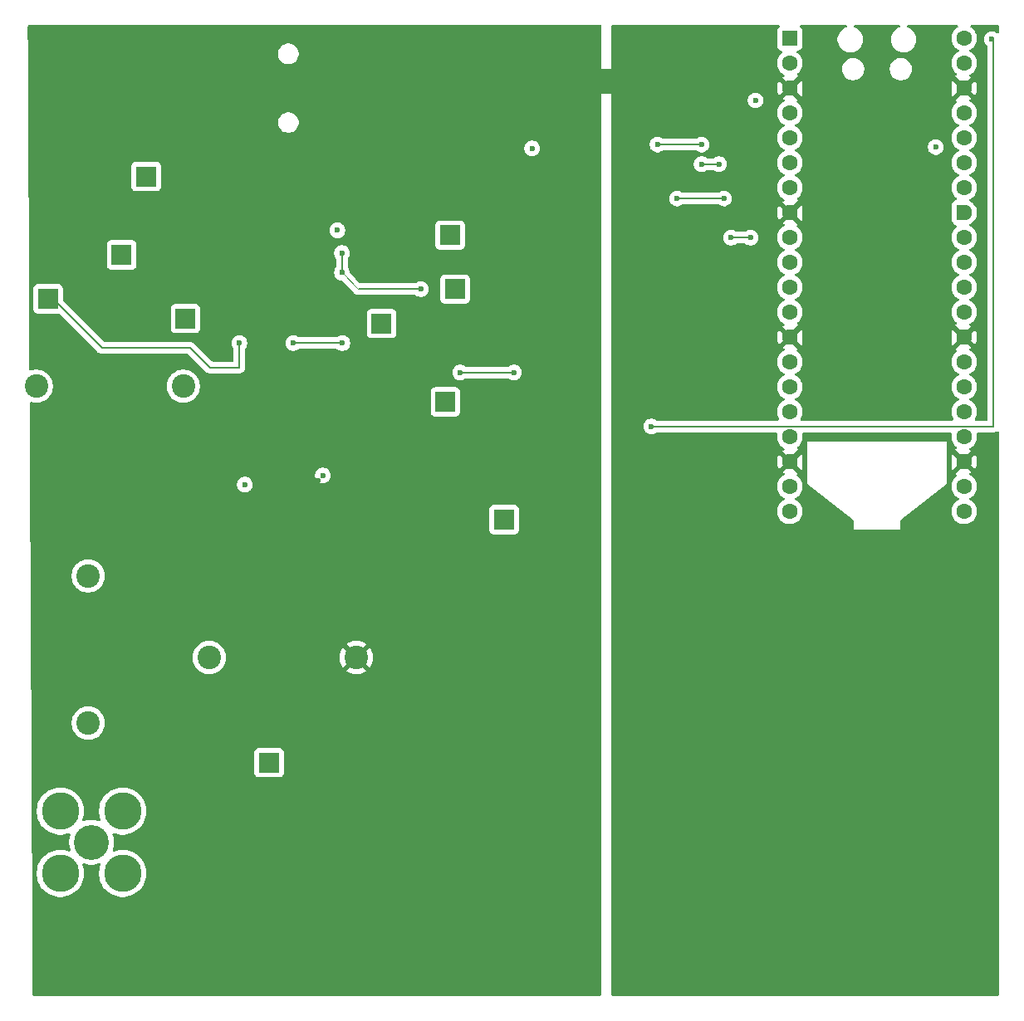
<source format=gbr>
%TF.GenerationSoftware,KiCad,Pcbnew,9.0.1*%
%TF.CreationDate,2025-05-08T16:34:57-07:00*%
%TF.ProjectId,Revision_Board,52657669-7369-46f6-9e5f-426f6172642e,rev?*%
%TF.SameCoordinates,Original*%
%TF.FileFunction,Copper,L4,Bot*%
%TF.FilePolarity,Positive*%
%FSLAX46Y46*%
G04 Gerber Fmt 4.6, Leading zero omitted, Abs format (unit mm)*
G04 Created by KiCad (PCBNEW 9.0.1) date 2025-05-08 16:34:57*
%MOMM*%
%LPD*%
G01*
G04 APERTURE LIST*
G04 Aperture macros list*
%AMRoundRect*
0 Rectangle with rounded corners*
0 $1 Rounding radius*
0 $2 $3 $4 $5 $6 $7 $8 $9 X,Y pos of 4 corners*
0 Add a 4 corners polygon primitive as box body*
4,1,4,$2,$3,$4,$5,$6,$7,$8,$9,$2,$3,0*
0 Add four circle primitives for the rounded corners*
1,1,$1+$1,$2,$3*
1,1,$1+$1,$4,$5*
1,1,$1+$1,$6,$7*
1,1,$1+$1,$8,$9*
0 Add four rect primitives between the rounded corners*
20,1,$1+$1,$2,$3,$4,$5,0*
20,1,$1+$1,$4,$5,$6,$7,0*
20,1,$1+$1,$6,$7,$8,$9,0*
20,1,$1+$1,$8,$9,$2,$3,0*%
%AMFreePoly0*
4,1,37,0.603843,0.796157,0.639018,0.796157,0.711114,0.766294,0.766294,0.711114,0.796157,0.639018,0.796157,0.603843,0.800000,0.600000,0.800000,-0.600000,0.796157,-0.603843,0.796157,-0.639018,0.766294,-0.711114,0.711114,-0.766294,0.639018,-0.796157,0.603843,-0.796157,0.600000,-0.800000,0.000000,-0.800000,0.000000,-0.796148,-0.078414,-0.796148,-0.232228,-0.765552,-0.377117,-0.705537,
-0.507515,-0.618408,-0.618408,-0.507515,-0.705537,-0.377117,-0.765552,-0.232228,-0.796148,-0.078414,-0.796148,0.078414,-0.765552,0.232228,-0.705537,0.377117,-0.618408,0.507515,-0.507515,0.618408,-0.377117,0.705537,-0.232228,0.765552,-0.078414,0.796148,0.000000,0.796148,0.000000,0.800000,0.600000,0.800000,0.603843,0.796157,0.603843,0.796157,$1*%
%AMFreePoly1*
4,1,37,0.000000,0.796148,0.078414,0.796148,0.232228,0.765552,0.377117,0.705537,0.507515,0.618408,0.618408,0.507515,0.705537,0.377117,0.765552,0.232228,0.796148,0.078414,0.796148,-0.078414,0.765552,-0.232228,0.705537,-0.377117,0.618408,-0.507515,0.507515,-0.618408,0.377117,-0.705537,0.232228,-0.765552,0.078414,-0.796148,0.000000,-0.796148,0.000000,-0.800000,-0.600000,-0.800000,
-0.603843,-0.796157,-0.639018,-0.796157,-0.711114,-0.766294,-0.766294,-0.711114,-0.796157,-0.639018,-0.796157,-0.603843,-0.800000,-0.600000,-0.800000,0.600000,-0.796157,0.603843,-0.796157,0.639018,-0.766294,0.711114,-0.711114,0.766294,-0.639018,0.796157,-0.603843,0.796157,-0.600000,0.800000,0.000000,0.800000,0.000000,0.796148,0.000000,0.796148,$1*%
G04 Aperture macros list end*
%TA.AperFunction,ComponentPad*%
%ADD10R,2.000000X2.000000*%
%TD*%
%TA.AperFunction,ComponentPad*%
%ADD11C,2.400000*%
%TD*%
%TA.AperFunction,ComponentPad*%
%ADD12RoundRect,0.200000X-0.600000X-0.600000X0.600000X-0.600000X0.600000X0.600000X-0.600000X0.600000X0*%
%TD*%
%TA.AperFunction,ComponentPad*%
%ADD13C,1.600000*%
%TD*%
%TA.AperFunction,ComponentPad*%
%ADD14FreePoly0,0.000000*%
%TD*%
%TA.AperFunction,ComponentPad*%
%ADD15FreePoly1,0.000000*%
%TD*%
%TA.AperFunction,ComponentPad*%
%ADD16C,3.556000*%
%TD*%
%TA.AperFunction,ComponentPad*%
%ADD17C,3.810000*%
%TD*%
%TA.AperFunction,ViaPad*%
%ADD18C,0.600000*%
%TD*%
%TA.AperFunction,Conductor*%
%ADD19C,0.200000*%
%TD*%
%TA.AperFunction,Conductor*%
%ADD20C,0.100000*%
%TD*%
G04 APERTURE END LIST*
D10*
%TO.P,TP8(180)1,1,1*%
%TO.N,Net-(U1-1IN+)*%
X14575000Y-40432500D03*
%TD*%
%TO.P,TP1(Q)1,1,1*%
%TO.N,Net-(U1-2OUT)*%
X55575000Y-33932500D03*
%TD*%
%TO.P,TP7(90)1,1,1*%
%TO.N,Net-(U1-2IN-)*%
X56075000Y-39432500D03*
%TD*%
D11*
%TO.P,L2,1,1*%
%TO.N,Net-(C10-Pad1)*%
X31000000Y-77000000D03*
%TO.P,L2,2,2*%
%TO.N,GND*%
X46000000Y-77000000D03*
%TD*%
D10*
%TO.P,TP3(I)1,1,1*%
%TO.N,Net-(U1-1OUT)*%
X24575000Y-27932500D03*
%TD*%
%TO.P,TP9(QLO)1,1,1*%
%TO.N,Net-(U2-S0)*%
X61075000Y-62932500D03*
%TD*%
%TO.P,TP10 (ILO)1,1,1*%
%TO.N,Net-(U2-S1)*%
X55075000Y-50932500D03*
%TD*%
D11*
%TO.P,L3,1,1*%
%TO.N,Net-(C12-Pad2)*%
X18675000Y-83670000D03*
%TO.P,L3,2,2*%
%TO.N,Net-(C10-Pad1)*%
X18675000Y-68670000D03*
%TD*%
D10*
%TO.P,TP6,1,1*%
%TO.N,Net-(U1-2IN+)*%
X48575000Y-42932500D03*
%TD*%
%TO.P,TP13(RXNS)1,1,1*%
%TO.N,Net-(U2-1A)*%
X28575000Y-42432500D03*
%TD*%
D11*
%TO.P,L1,1,1*%
%TO.N,Net-(C10-Pad2)*%
X13360000Y-49337500D03*
%TO.P,L1,2,2*%
%TO.N,Net-(U2-1A)*%
X28360000Y-49337500D03*
%TD*%
D10*
%TO.P,TP14(RXIN)1,1,1*%
%TO.N,Net-(C12-Pad1)*%
X37105000Y-87715000D03*
%TD*%
D12*
%TO.P,A1,1,GPIO0*%
%TO.N,unconnected-(A1-GPIO0-Pad1)*%
X90185000Y-13840000D03*
D13*
%TO.P,A1,2,GPIO1*%
%TO.N,unconnected-(A1-GPIO1-Pad2)*%
X90185000Y-16380000D03*
D14*
%TO.P,A1,3,GND*%
%TO.N,GND*%
X90185000Y-18920000D03*
D13*
%TO.P,A1,4,GPIO2*%
%TO.N,GPIO2*%
X90185000Y-21460000D03*
%TO.P,A1,5,GPIO3*%
%TO.N,GPIO3*%
X90185000Y-24000000D03*
%TO.P,A1,6,GPIO4*%
%TO.N,unconnected-(A1-GPIO4-Pad6)_1*%
X90185000Y-26540000D03*
%TO.P,A1,7,GPIO5*%
%TO.N,unconnected-(A1-GPIO5-Pad7)*%
X90185000Y-29080000D03*
D14*
%TO.P,A1,8,GND*%
%TO.N,GND*%
X90185000Y-31620000D03*
D13*
%TO.P,A1,9,GPIO6*%
%TO.N,unconnected-(A1-GPIO6-Pad9)*%
X90185000Y-34160000D03*
%TO.P,A1,10,GPIO7*%
%TO.N,unconnected-(A1-GPIO7-Pad10)_1*%
X90185000Y-36700000D03*
%TO.P,A1,11,GPIO8*%
%TO.N,unconnected-(A1-GPIO8-Pad11)*%
X90185000Y-39240000D03*
%TO.P,A1,12,GPIO9*%
%TO.N,unconnected-(A1-GPIO9-Pad12)*%
X90185000Y-41780000D03*
D14*
%TO.P,A1,13,GND*%
%TO.N,GND*%
X90185000Y-44320000D03*
D13*
%TO.P,A1,14,GPIO10*%
%TO.N,unconnected-(A1-GPIO10-Pad14)*%
X90185000Y-46860000D03*
%TO.P,A1,15,GPIO11*%
%TO.N,unconnected-(A1-GPIO11-Pad15)_1*%
X90185000Y-49400000D03*
%TO.P,A1,16,GPIO12*%
%TO.N,unconnected-(A1-GPIO12-Pad16)_1*%
X90185000Y-51940000D03*
%TO.P,A1,17,GPIO13*%
%TO.N,unconnected-(A1-GPIO13-Pad17)*%
X90185000Y-54480000D03*
D14*
%TO.P,A1,18,GND*%
%TO.N,GND*%
X90185000Y-57020000D03*
D13*
%TO.P,A1,19,GPIO14*%
%TO.N,unconnected-(A1-GPIO14-Pad19)_1*%
X90185000Y-59560000D03*
%TO.P,A1,20,GPIO15*%
%TO.N,unconnected-(A1-GPIO15-Pad20)_1*%
X90185000Y-62100000D03*
%TO.P,A1,21,GPIO16*%
%TO.N,unconnected-(A1-GPIO16-Pad21)_1*%
X107965000Y-62100000D03*
%TO.P,A1,22,GPIO17*%
%TO.N,unconnected-(A1-GPIO17-Pad22)_1*%
X107965000Y-59560000D03*
D15*
%TO.P,A1,23,GND*%
%TO.N,GND*%
X107965000Y-57020000D03*
D13*
%TO.P,A1,24,GPIO18*%
%TO.N,unconnected-(A1-GPIO18-Pad24)_1*%
X107965000Y-54480000D03*
%TO.P,A1,25,GPIO19*%
%TO.N,unconnected-(A1-GPIO19-Pad25)*%
X107965000Y-51940000D03*
%TO.P,A1,26,GPIO20*%
%TO.N,unconnected-(A1-GPIO20-Pad26)*%
X107965000Y-49400000D03*
%TO.P,A1,27,GPIO21*%
%TO.N,unconnected-(A1-GPIO21-Pad27)*%
X107965000Y-46860000D03*
D15*
%TO.P,A1,28,GND*%
%TO.N,GND*%
X107965000Y-44320000D03*
D13*
%TO.P,A1,29,GPIO22*%
%TO.N,unconnected-(A1-GPIO22-Pad29)*%
X107965000Y-41780000D03*
%TO.P,A1,30,RUN*%
%TO.N,unconnected-(A1-RUN-Pad30)_1*%
X107965000Y-39240000D03*
%TO.P,A1,31,GPIO26_ADC0*%
%TO.N,unconnected-(A1-GPIO26_ADC0-Pad31)*%
X107965000Y-36700000D03*
%TO.P,A1,32,GPIO27_ADC1*%
%TO.N,unconnected-(A1-GPIO27_ADC1-Pad32)_1*%
X107965000Y-34160000D03*
D15*
%TO.P,A1,33,AGND*%
%TO.N,unconnected-(A1-AGND-Pad33)*%
X107965000Y-31620000D03*
D13*
%TO.P,A1,34,GPIO28_ADC2*%
%TO.N,unconnected-(A1-GPIO28_ADC2-Pad34)_1*%
X107965000Y-29080000D03*
%TO.P,A1,35,ADC_VREF*%
%TO.N,unconnected-(A1-ADC_VREF-Pad35)*%
X107965000Y-26540000D03*
%TO.P,A1,36,3V3*%
%TO.N,+3.3V*%
X107965000Y-24000000D03*
%TO.P,A1,37,3V3_EN*%
%TO.N,unconnected-(A1-3V3_EN-Pad37)_1*%
X107965000Y-21460000D03*
D15*
%TO.P,A1,38,GND*%
%TO.N,GND*%
X107965000Y-18920000D03*
D13*
%TO.P,A1,39,VSYS*%
%TO.N,unconnected-(A1-VSYS-Pad39)*%
X107965000Y-16380000D03*
%TO.P,A1,40,VBUS*%
%TO.N,+5V*%
X107965000Y-13840000D03*
%TD*%
D16*
%TO.P,J1,1,In*%
%TO.N,Net-(J1-In)*%
X19000000Y-95845000D03*
D17*
%TO.P,J1,2,Ext*%
%TO.N,Net-(J1-Ext)*%
X22175000Y-92670000D03*
X15825000Y-92670000D03*
X22175000Y-99020000D03*
X15825000Y-99020000D03*
%TD*%
D10*
%TO.P,TP2(0)1,1,1*%
%TO.N,Net-(U1-1IN-)*%
X22075000Y-35932500D03*
%TD*%
D18*
%TO.N,Smoothed 5V*%
X42575000Y-58432500D03*
X44075000Y-33432500D03*
X63912500Y-25070000D03*
X34632500Y-59372500D03*
%TO.N,GND*%
X63875000Y-19895000D03*
X29075000Y-16932500D03*
X42075000Y-58932500D03*
X26075000Y-38932500D03*
X74087500Y-34895000D03*
X83575000Y-18432500D03*
X42575000Y-48932500D03*
X51575000Y-37932500D03*
X38075000Y-40432500D03*
X75875000Y-47395000D03*
X35575000Y-38432500D03*
X19315000Y-106515000D03*
X24075000Y-59432500D03*
X78195000Y-23682500D03*
X34475000Y-68485000D03*
X86695000Y-16682500D03*
X40075000Y-40432500D03*
X74587500Y-41395000D03*
%TO.N,+3.3V*%
X86695000Y-20182500D03*
X105075000Y-24932500D03*
%TO.N,GPIO2*%
X84195000Y-34182500D03*
X86195000Y-34182500D03*
%TO.N,+5V*%
X110775000Y-13932500D03*
X76075000Y-53432500D03*
%TO.N,Net-(U1-2IN-)*%
X39575000Y-44932500D03*
X52575000Y-39432500D03*
X44525000Y-35747500D03*
X44525000Y-37747500D03*
X44575000Y-44932500D03*
%TO.N,Net-(U1-1IN+)*%
X34075000Y-44932500D03*
%TO.N,Net-(Y1-XB)*%
X83475000Y-30182500D03*
X78695000Y-30182500D03*
%TO.N,Net-(Y1-XA)*%
X82970000Y-26682500D03*
X81195000Y-24682500D03*
X81195000Y-26682500D03*
X76695000Y-24682500D03*
%TO.N,Net-(U2-S1)*%
X56575000Y-47932500D03*
X62075000Y-47932500D03*
%TD*%
D19*
%TO.N,+3.3V*%
X86751000Y-20238500D02*
X86695000Y-20182500D01*
%TO.N,GPIO2*%
X86195000Y-34182500D02*
X84195000Y-34182500D01*
%TO.N,+5V*%
X110974000Y-14131500D02*
X110974000Y-53432500D01*
X110775000Y-13932500D02*
X110974000Y-14131500D01*
X110974000Y-53432500D02*
X76075000Y-53432500D01*
%TO.N,Net-(U1-2IN-)*%
X46210000Y-39432500D02*
X52575000Y-39432500D01*
X44525000Y-37747500D02*
X44525000Y-35747500D01*
X44575000Y-44932500D02*
X39575000Y-44932500D01*
D20*
X46210000Y-39432500D02*
X46142500Y-39365000D01*
X46142500Y-39365000D02*
X44525000Y-37747500D01*
D19*
%TO.N,Net-(U1-1IN+)*%
X29075000Y-45432500D02*
X20075000Y-45432500D01*
X34076000Y-47432500D02*
X31075000Y-47432500D01*
X20075000Y-45432500D02*
X15075000Y-40432500D01*
X34076000Y-47432500D02*
X34076000Y-44933500D01*
X34076000Y-44933500D02*
X34075000Y-44932500D01*
X31075000Y-47432500D02*
X29075000Y-45432500D01*
X15075000Y-40432500D02*
X14575000Y-40432500D01*
%TO.N,Net-(Y1-XB)*%
X78695000Y-30182500D02*
X83475000Y-30182500D01*
%TO.N,Net-(Y1-XA)*%
X81195000Y-26682500D02*
X82970000Y-26682500D01*
X76695000Y-24682500D02*
X81195000Y-24682500D01*
%TO.N,Net-(U2-S1)*%
X62075000Y-47932500D02*
X56575000Y-47932500D01*
%TD*%
%TA.AperFunction,Conductor*%
%TO.N,GND*%
G36*
X70943039Y-12519685D02*
G01*
X70988794Y-12572489D01*
X71000000Y-12624000D01*
X71000000Y-17000000D01*
X72000000Y-17000000D01*
X72000000Y-12624000D01*
X72019685Y-12556961D01*
X72072489Y-12511206D01*
X72124000Y-12500000D01*
X89034980Y-12500000D01*
X89102019Y-12519685D01*
X89147774Y-12572489D01*
X89157718Y-12641647D01*
X89128693Y-12705203D01*
X89122661Y-12711681D01*
X89029531Y-12804810D01*
X89029530Y-12804811D01*
X88941522Y-12950393D01*
X88890913Y-13112807D01*
X88884500Y-13183386D01*
X88884500Y-14496613D01*
X88890913Y-14567192D01*
X88941522Y-14729606D01*
X89029530Y-14875188D01*
X89149811Y-14995469D01*
X89149813Y-14995470D01*
X89149815Y-14995472D01*
X89295394Y-15083478D01*
X89382566Y-15110641D01*
X89440712Y-15149378D01*
X89468686Y-15213403D01*
X89457605Y-15282388D01*
X89418560Y-15329344D01*
X89337782Y-15388032D01*
X89193028Y-15532786D01*
X89072715Y-15698386D01*
X88979781Y-15880776D01*
X88916522Y-16075465D01*
X88889120Y-16248477D01*
X88884500Y-16277648D01*
X88884500Y-16482352D01*
X88884603Y-16483000D01*
X88916522Y-16684534D01*
X88979781Y-16879223D01*
X89072715Y-17061613D01*
X89193028Y-17227213D01*
X89337786Y-17371971D01*
X89503388Y-17492286D01*
X89503390Y-17492287D01*
X89589294Y-17536057D01*
X89640090Y-17584031D01*
X89656886Y-17651852D01*
X89634349Y-17717987D01*
X89591455Y-17755899D01*
X89525497Y-17791155D01*
X89456086Y-17837534D01*
X89456085Y-17837534D01*
X90055589Y-18437037D01*
X89992007Y-18454075D01*
X89877993Y-18519901D01*
X89784901Y-18612993D01*
X89719075Y-18727007D01*
X89702037Y-18790588D01*
X89102534Y-18191085D01*
X89102534Y-18191086D01*
X89056158Y-18260493D01*
X89009490Y-18347801D01*
X88949185Y-18493387D01*
X88920444Y-18588135D01*
X88889701Y-18742697D01*
X88889701Y-18742700D01*
X88880000Y-18841210D01*
X88880000Y-18998789D01*
X88889701Y-19097299D01*
X88889701Y-19097302D01*
X88920444Y-19251864D01*
X88949185Y-19346612D01*
X89009490Y-19492198D01*
X89056155Y-19579501D01*
X89056161Y-19579511D01*
X89102534Y-19648912D01*
X89702037Y-19049410D01*
X89719075Y-19112993D01*
X89784901Y-19227007D01*
X89877993Y-19320099D01*
X89992007Y-19385925D01*
X90055589Y-19402962D01*
X89456085Y-20002465D01*
X89525488Y-20048838D01*
X89525498Y-20048844D01*
X89591454Y-20084099D01*
X89641298Y-20133062D01*
X89656758Y-20201200D01*
X89632926Y-20266879D01*
X89589295Y-20303942D01*
X89503386Y-20347715D01*
X89337786Y-20468028D01*
X89193028Y-20612786D01*
X89072715Y-20778386D01*
X88979781Y-20960776D01*
X88916522Y-21155465D01*
X88884500Y-21357648D01*
X88884500Y-21562351D01*
X88916522Y-21764534D01*
X88979781Y-21959223D01*
X89072715Y-22141613D01*
X89193028Y-22307213D01*
X89337786Y-22451971D01*
X89453398Y-22535966D01*
X89503390Y-22572287D01*
X89594840Y-22618883D01*
X89596080Y-22619515D01*
X89646876Y-22667490D01*
X89663671Y-22735311D01*
X89641134Y-22801446D01*
X89596080Y-22840485D01*
X89503386Y-22887715D01*
X89337786Y-23008028D01*
X89193028Y-23152786D01*
X89072715Y-23318386D01*
X88979781Y-23500776D01*
X88916522Y-23695465D01*
X88884500Y-23897648D01*
X88884500Y-24102351D01*
X88916522Y-24304534D01*
X88979781Y-24499223D01*
X89072715Y-24681613D01*
X89193028Y-24847213D01*
X89337786Y-24991971D01*
X89492749Y-25104556D01*
X89503390Y-25112287D01*
X89575137Y-25148844D01*
X89596080Y-25159515D01*
X89646876Y-25207490D01*
X89663671Y-25275311D01*
X89641134Y-25341446D01*
X89596080Y-25380485D01*
X89503386Y-25427715D01*
X89337786Y-25548028D01*
X89193028Y-25692786D01*
X89072715Y-25858386D01*
X88979781Y-26040776D01*
X88916522Y-26235465D01*
X88884500Y-26437648D01*
X88884500Y-26642351D01*
X88916522Y-26844534D01*
X88979781Y-27039223D01*
X89043691Y-27164653D01*
X89058029Y-27192792D01*
X89072715Y-27221613D01*
X89193028Y-27387213D01*
X89337786Y-27531971D01*
X89492749Y-27644556D01*
X89503390Y-27652287D01*
X89594840Y-27698883D01*
X89596080Y-27699515D01*
X89646876Y-27747490D01*
X89663671Y-27815311D01*
X89641134Y-27881446D01*
X89596080Y-27920485D01*
X89503386Y-27967715D01*
X89337786Y-28088028D01*
X89193028Y-28232786D01*
X89072715Y-28398386D01*
X88979781Y-28580776D01*
X88916522Y-28775465D01*
X88884500Y-28977648D01*
X88884500Y-29182351D01*
X88916522Y-29384534D01*
X88979781Y-29579223D01*
X89072715Y-29761613D01*
X89193028Y-29927213D01*
X89337786Y-30071971D01*
X89503388Y-30192286D01*
X89503390Y-30192287D01*
X89589294Y-30236057D01*
X89640090Y-30284031D01*
X89656886Y-30351852D01*
X89634349Y-30417987D01*
X89591455Y-30455899D01*
X89525497Y-30491155D01*
X89456086Y-30537534D01*
X89456085Y-30537534D01*
X90055589Y-31137037D01*
X89992007Y-31154075D01*
X89877993Y-31219901D01*
X89784901Y-31312993D01*
X89719075Y-31427007D01*
X89702037Y-31490588D01*
X89102534Y-30891085D01*
X89102534Y-30891086D01*
X89056158Y-30960493D01*
X89009490Y-31047801D01*
X88949185Y-31193387D01*
X88920444Y-31288135D01*
X88889701Y-31442697D01*
X88889701Y-31442700D01*
X88880000Y-31541210D01*
X88880000Y-31698789D01*
X88889701Y-31797299D01*
X88889701Y-31797302D01*
X88920444Y-31951864D01*
X88949185Y-32046612D01*
X89009490Y-32192198D01*
X89056155Y-32279501D01*
X89056161Y-32279511D01*
X89102534Y-32348912D01*
X89702037Y-31749410D01*
X89719075Y-31812993D01*
X89784901Y-31927007D01*
X89877993Y-32020099D01*
X89992007Y-32085925D01*
X90055589Y-32102962D01*
X89456085Y-32702465D01*
X89525488Y-32748838D01*
X89525498Y-32748844D01*
X89591454Y-32784099D01*
X89641298Y-32833062D01*
X89656758Y-32901200D01*
X89632926Y-32966879D01*
X89589295Y-33003942D01*
X89503386Y-33047715D01*
X89337786Y-33168028D01*
X89193028Y-33312786D01*
X89072715Y-33478386D01*
X88979781Y-33660776D01*
X88916522Y-33855465D01*
X88884500Y-34057648D01*
X88884500Y-34262351D01*
X88916522Y-34464534D01*
X88979781Y-34659223D01*
X88996886Y-34692792D01*
X89064258Y-34825017D01*
X89072715Y-34841613D01*
X89193028Y-35007213D01*
X89337786Y-35151971D01*
X89492749Y-35264556D01*
X89503390Y-35272287D01*
X89594840Y-35318883D01*
X89596080Y-35319515D01*
X89646876Y-35367490D01*
X89663671Y-35435311D01*
X89641134Y-35501446D01*
X89596080Y-35540485D01*
X89503386Y-35587715D01*
X89337786Y-35708028D01*
X89193028Y-35852786D01*
X89072715Y-36018386D01*
X88979781Y-36200776D01*
X88916522Y-36395465D01*
X88884500Y-36597648D01*
X88884500Y-36802351D01*
X88916522Y-37004534D01*
X88979781Y-37199223D01*
X89072714Y-37381612D01*
X89193028Y-37547213D01*
X89337786Y-37691971D01*
X89492749Y-37804556D01*
X89503390Y-37812287D01*
X89594840Y-37858883D01*
X89596080Y-37859515D01*
X89646876Y-37907490D01*
X89663671Y-37975311D01*
X89641134Y-38041446D01*
X89596080Y-38080485D01*
X89503386Y-38127715D01*
X89337786Y-38248028D01*
X89193028Y-38392786D01*
X89072715Y-38558386D01*
X88979781Y-38740776D01*
X88916522Y-38935465D01*
X88884500Y-39137648D01*
X88884500Y-39342351D01*
X88916522Y-39544534D01*
X88979781Y-39739223D01*
X89016700Y-39811679D01*
X89068338Y-39913024D01*
X89072715Y-39921613D01*
X89193028Y-40087213D01*
X89337786Y-40231971D01*
X89492749Y-40344556D01*
X89503390Y-40352287D01*
X89594840Y-40398883D01*
X89596080Y-40399515D01*
X89646876Y-40447490D01*
X89663671Y-40515311D01*
X89641134Y-40581446D01*
X89596080Y-40620485D01*
X89503386Y-40667715D01*
X89337786Y-40788028D01*
X89193028Y-40932786D01*
X89072715Y-41098386D01*
X88979781Y-41280776D01*
X88916522Y-41475465D01*
X88900765Y-41574954D01*
X88884500Y-41677648D01*
X88884500Y-41882352D01*
X88884861Y-41884629D01*
X88916522Y-42084534D01*
X88979781Y-42279223D01*
X89072715Y-42461613D01*
X89193028Y-42627213D01*
X89337786Y-42771971D01*
X89503388Y-42892286D01*
X89503390Y-42892287D01*
X89589294Y-42936057D01*
X89640090Y-42984031D01*
X89656886Y-43051852D01*
X89634349Y-43117987D01*
X89591455Y-43155899D01*
X89525497Y-43191155D01*
X89456086Y-43237534D01*
X89456085Y-43237534D01*
X90055589Y-43837037D01*
X89992007Y-43854075D01*
X89877993Y-43919901D01*
X89784901Y-44012993D01*
X89719075Y-44127007D01*
X89702037Y-44190588D01*
X89102534Y-43591085D01*
X89102534Y-43591086D01*
X89056158Y-43660493D01*
X89009490Y-43747801D01*
X88949185Y-43893387D01*
X88920444Y-43988135D01*
X88889701Y-44142697D01*
X88889701Y-44142700D01*
X88880000Y-44241210D01*
X88880000Y-44398789D01*
X88889701Y-44497299D01*
X88889701Y-44497302D01*
X88920444Y-44651864D01*
X88949185Y-44746612D01*
X89009490Y-44892198D01*
X89056155Y-44979501D01*
X89056161Y-44979511D01*
X89102534Y-45048912D01*
X89702037Y-44449410D01*
X89719075Y-44512993D01*
X89784901Y-44627007D01*
X89877993Y-44720099D01*
X89992007Y-44785925D01*
X90055589Y-44802962D01*
X89456085Y-45402465D01*
X89525488Y-45448838D01*
X89525498Y-45448844D01*
X89591454Y-45484099D01*
X89641298Y-45533062D01*
X89656758Y-45601200D01*
X89632926Y-45666879D01*
X89589295Y-45703942D01*
X89503386Y-45747715D01*
X89337786Y-45868028D01*
X89193028Y-46012786D01*
X89072715Y-46178386D01*
X88979781Y-46360776D01*
X88916522Y-46555465D01*
X88884500Y-46757648D01*
X88884500Y-46962351D01*
X88916522Y-47164531D01*
X88979781Y-47359223D01*
X89072715Y-47541613D01*
X89193028Y-47707213D01*
X89337786Y-47851971D01*
X89492749Y-47964556D01*
X89503390Y-47972287D01*
X89594840Y-48018883D01*
X89596080Y-48019515D01*
X89646876Y-48067490D01*
X89663671Y-48135311D01*
X89641134Y-48201446D01*
X89596080Y-48240485D01*
X89503386Y-48287715D01*
X89337786Y-48408028D01*
X89193028Y-48552786D01*
X89072715Y-48718386D01*
X88979781Y-48900776D01*
X88916522Y-49095465D01*
X88884500Y-49297648D01*
X88884500Y-49502351D01*
X88916522Y-49704534D01*
X88979781Y-49899223D01*
X89072715Y-50081613D01*
X89193028Y-50247213D01*
X89337786Y-50391971D01*
X89492749Y-50504556D01*
X89503390Y-50512287D01*
X89594840Y-50558883D01*
X89596080Y-50559515D01*
X89646876Y-50607490D01*
X89663671Y-50675311D01*
X89641134Y-50741446D01*
X89596080Y-50780485D01*
X89503386Y-50827715D01*
X89337786Y-50948028D01*
X89193028Y-51092786D01*
X89072715Y-51258386D01*
X88979781Y-51440776D01*
X88916522Y-51635465D01*
X88884500Y-51837648D01*
X88884500Y-52042351D01*
X88916522Y-52244534D01*
X88979781Y-52439223D01*
X89072714Y-52621612D01*
X89082525Y-52635116D01*
X89106004Y-52700922D01*
X89090178Y-52768976D01*
X89040072Y-52817670D01*
X88982206Y-52832000D01*
X76654766Y-52832000D01*
X76587727Y-52812315D01*
X76585875Y-52811102D01*
X76454185Y-52723109D01*
X76454172Y-52723102D01*
X76308501Y-52662764D01*
X76308489Y-52662761D01*
X76153845Y-52632000D01*
X76153842Y-52632000D01*
X75996158Y-52632000D01*
X75996155Y-52632000D01*
X75841510Y-52662761D01*
X75841498Y-52662764D01*
X75695827Y-52723102D01*
X75695814Y-52723109D01*
X75564711Y-52810710D01*
X75564707Y-52810713D01*
X75453213Y-52922207D01*
X75453210Y-52922211D01*
X75365609Y-53053314D01*
X75365602Y-53053327D01*
X75305264Y-53198998D01*
X75305261Y-53199010D01*
X75274500Y-53353653D01*
X75274500Y-53511346D01*
X75305261Y-53665989D01*
X75305264Y-53666001D01*
X75365602Y-53811672D01*
X75365609Y-53811685D01*
X75453210Y-53942788D01*
X75453213Y-53942792D01*
X75564707Y-54054286D01*
X75564711Y-54054289D01*
X75695814Y-54141890D01*
X75695827Y-54141897D01*
X75841498Y-54202235D01*
X75841503Y-54202237D01*
X75996153Y-54232999D01*
X75996156Y-54233000D01*
X75996158Y-54233000D01*
X76153844Y-54233000D01*
X76153845Y-54232999D01*
X76308497Y-54202237D01*
X76454179Y-54141894D01*
X76508663Y-54105489D01*
X76585875Y-54053898D01*
X76652553Y-54033020D01*
X76654766Y-54033000D01*
X88793902Y-54033000D01*
X88860941Y-54052685D01*
X88906696Y-54105489D01*
X88916640Y-54174647D01*
X88916375Y-54176398D01*
X88884500Y-54377648D01*
X88884500Y-54582351D01*
X88916522Y-54784534D01*
X88979781Y-54979223D01*
X89072715Y-55161613D01*
X89193028Y-55327213D01*
X89337786Y-55471971D01*
X89503388Y-55592286D01*
X89503390Y-55592287D01*
X89589294Y-55636057D01*
X89640090Y-55684031D01*
X89656886Y-55751852D01*
X89634349Y-55817987D01*
X89591455Y-55855899D01*
X89525497Y-55891155D01*
X89456086Y-55937534D01*
X89456085Y-55937534D01*
X90055589Y-56537037D01*
X89992007Y-56554075D01*
X89877993Y-56619901D01*
X89784901Y-56712993D01*
X89719075Y-56827007D01*
X89702037Y-56890588D01*
X89102534Y-56291085D01*
X89102534Y-56291086D01*
X89056158Y-56360493D01*
X89009490Y-56447801D01*
X88949185Y-56593387D01*
X88920444Y-56688135D01*
X88889701Y-56842697D01*
X88889701Y-56842700D01*
X88880000Y-56941210D01*
X88880000Y-57098789D01*
X88889701Y-57197299D01*
X88889701Y-57197302D01*
X88920444Y-57351864D01*
X88949185Y-57446612D01*
X89009490Y-57592198D01*
X89056155Y-57679501D01*
X89056161Y-57679511D01*
X89102534Y-57748912D01*
X89702037Y-57149410D01*
X89719075Y-57212993D01*
X89784901Y-57327007D01*
X89877993Y-57420099D01*
X89992007Y-57485925D01*
X90055589Y-57502962D01*
X89456085Y-58102465D01*
X89525488Y-58148838D01*
X89525498Y-58148844D01*
X89591454Y-58184099D01*
X89641298Y-58233062D01*
X89656758Y-58301200D01*
X89632926Y-58366879D01*
X89589295Y-58403942D01*
X89503386Y-58447715D01*
X89337786Y-58568028D01*
X89193028Y-58712786D01*
X89072715Y-58878386D01*
X88979781Y-59060776D01*
X88916522Y-59255465D01*
X88884500Y-59457648D01*
X88884500Y-59662351D01*
X88916522Y-59864534D01*
X88979781Y-60059223D01*
X89072715Y-60241613D01*
X89193028Y-60407213D01*
X89337786Y-60551971D01*
X89492749Y-60664556D01*
X89503390Y-60672287D01*
X89594840Y-60718883D01*
X89596080Y-60719515D01*
X89646876Y-60767490D01*
X89663671Y-60835311D01*
X89641134Y-60901446D01*
X89596080Y-60940485D01*
X89503386Y-60987715D01*
X89337786Y-61108028D01*
X89193028Y-61252786D01*
X89072715Y-61418386D01*
X88979781Y-61600776D01*
X88916522Y-61795465D01*
X88884500Y-61997648D01*
X88884500Y-62202351D01*
X88916522Y-62404534D01*
X88979781Y-62599223D01*
X89072715Y-62781613D01*
X89193028Y-62947213D01*
X89337786Y-63091971D01*
X89492749Y-63204556D01*
X89503390Y-63212287D01*
X89619607Y-63271503D01*
X89685776Y-63305218D01*
X89685778Y-63305218D01*
X89685781Y-63305220D01*
X89790137Y-63339127D01*
X89880465Y-63368477D01*
X89981557Y-63384488D01*
X90082648Y-63400500D01*
X90082649Y-63400500D01*
X90287351Y-63400500D01*
X90287352Y-63400500D01*
X90489534Y-63368477D01*
X90684219Y-63305220D01*
X90866610Y-63212287D01*
X90959590Y-63144732D01*
X91032213Y-63091971D01*
X91032215Y-63091968D01*
X91032219Y-63091966D01*
X91176966Y-62947219D01*
X91176968Y-62947215D01*
X91176971Y-62947213D01*
X91229732Y-62874590D01*
X91297287Y-62781610D01*
X91390220Y-62599219D01*
X91453477Y-62404534D01*
X91485500Y-62202352D01*
X91485500Y-61997648D01*
X91467597Y-61884616D01*
X91453477Y-61795465D01*
X91390218Y-61600776D01*
X91356503Y-61534607D01*
X91297287Y-61418390D01*
X91289556Y-61407749D01*
X91176971Y-61252786D01*
X91032213Y-61108028D01*
X90866614Y-60987715D01*
X90860006Y-60984348D01*
X90773917Y-60940483D01*
X90723123Y-60892511D01*
X90706328Y-60824690D01*
X90728865Y-60758555D01*
X90773917Y-60719516D01*
X90866610Y-60672287D01*
X90887770Y-60656913D01*
X91032213Y-60551971D01*
X91032215Y-60551968D01*
X91032219Y-60551966D01*
X91176966Y-60407219D01*
X91176968Y-60407215D01*
X91176971Y-60407213D01*
X91229732Y-60334590D01*
X91297287Y-60241610D01*
X91390220Y-60059219D01*
X91453477Y-59864534D01*
X91485500Y-59662352D01*
X91485500Y-59457648D01*
X91462098Y-59309895D01*
X91975000Y-59309895D01*
X96627057Y-62922663D01*
X96667931Y-62979327D01*
X96675000Y-63020597D01*
X96675000Y-63970000D01*
X101475000Y-63970000D01*
X101475000Y-63020597D01*
X101494685Y-62953558D01*
X101522941Y-62922664D01*
X106175000Y-59309895D01*
X106175000Y-54970000D01*
X91975000Y-54970000D01*
X91975000Y-59309895D01*
X91462098Y-59309895D01*
X91453477Y-59255466D01*
X91446177Y-59233000D01*
X91390218Y-59060776D01*
X91355844Y-58993314D01*
X91297287Y-58878390D01*
X91285532Y-58862211D01*
X91176971Y-58712786D01*
X91032217Y-58568032D01*
X90955415Y-58512232D01*
X90912750Y-58456902D01*
X90906771Y-58387288D01*
X90939377Y-58325494D01*
X90997640Y-58291765D01*
X91018039Y-58286559D01*
X91074584Y-58263136D01*
X91074584Y-58263135D01*
X90314410Y-57502962D01*
X90377993Y-57485925D01*
X90492007Y-57420099D01*
X90585099Y-57327007D01*
X90650925Y-57212993D01*
X90667962Y-57149411D01*
X91428135Y-57909584D01*
X91428136Y-57909584D01*
X91451552Y-57853053D01*
X91469544Y-57802053D01*
X91489999Y-57659780D01*
X91490000Y-57659779D01*
X91490000Y-56380214D01*
X91487106Y-56326237D01*
X91487106Y-56326235D01*
X91451561Y-56186969D01*
X91451559Y-56186962D01*
X91428135Y-56130414D01*
X90667962Y-56890588D01*
X90650925Y-56827007D01*
X90585099Y-56712993D01*
X90492007Y-56619901D01*
X90377993Y-56554075D01*
X90314410Y-56537037D01*
X91074584Y-55776862D01*
X91018059Y-55753449D01*
X91018048Y-55753445D01*
X90989374Y-55743329D01*
X90932703Y-55702462D01*
X90907122Y-55637443D01*
X90920754Y-55568916D01*
X90957745Y-55526074D01*
X91032215Y-55471969D01*
X91032215Y-55471968D01*
X91032219Y-55471966D01*
X91176966Y-55327219D01*
X91176968Y-55327215D01*
X91176971Y-55327213D01*
X91229732Y-55254590D01*
X91297287Y-55161610D01*
X91390220Y-54979219D01*
X91453477Y-54784534D01*
X91485500Y-54582352D01*
X91485500Y-54377648D01*
X91462590Y-54233000D01*
X91453625Y-54176398D01*
X91462580Y-54107104D01*
X91507576Y-54053652D01*
X91574327Y-54033013D01*
X91576098Y-54033000D01*
X106573902Y-54033000D01*
X106640941Y-54052685D01*
X106686696Y-54105489D01*
X106696640Y-54174647D01*
X106696375Y-54176398D01*
X106664500Y-54377648D01*
X106664500Y-54582351D01*
X106696522Y-54784534D01*
X106759781Y-54979223D01*
X106852715Y-55161613D01*
X106973028Y-55327213D01*
X107117782Y-55471967D01*
X107117787Y-55471971D01*
X107194583Y-55527767D01*
X107237249Y-55583097D01*
X107243228Y-55652710D01*
X107210622Y-55714505D01*
X107152365Y-55748233D01*
X107131973Y-55753437D01*
X107131962Y-55753441D01*
X107075415Y-55776863D01*
X107835589Y-56537037D01*
X107772007Y-56554075D01*
X107657993Y-56619901D01*
X107564901Y-56712993D01*
X107499075Y-56827007D01*
X107482037Y-56890589D01*
X106721863Y-56130415D01*
X106721862Y-56130415D01*
X106698446Y-56186947D01*
X106698431Y-56186987D01*
X106680457Y-56237939D01*
X106680455Y-56237946D01*
X106660000Y-56380219D01*
X106660000Y-57659785D01*
X106662893Y-57713762D01*
X106662893Y-57713764D01*
X106698438Y-57853030D01*
X106698442Y-57853043D01*
X106721862Y-57909584D01*
X107482037Y-57149410D01*
X107499075Y-57212993D01*
X107564901Y-57327007D01*
X107657993Y-57420099D01*
X107772007Y-57485925D01*
X107835589Y-57502962D01*
X107075414Y-58263135D01*
X107131960Y-58286557D01*
X107131986Y-58286567D01*
X107160621Y-58296669D01*
X107217294Y-58337534D01*
X107242876Y-58402552D01*
X107229246Y-58471080D01*
X107192256Y-58513924D01*
X107117782Y-58568032D01*
X106973028Y-58712786D01*
X106852715Y-58878386D01*
X106759781Y-59060776D01*
X106696522Y-59255465D01*
X106664500Y-59457648D01*
X106664500Y-59662351D01*
X106696522Y-59864534D01*
X106759781Y-60059223D01*
X106852715Y-60241613D01*
X106973028Y-60407213D01*
X107117786Y-60551971D01*
X107272749Y-60664556D01*
X107283390Y-60672287D01*
X107374840Y-60718883D01*
X107376080Y-60719515D01*
X107426876Y-60767490D01*
X107443671Y-60835311D01*
X107421134Y-60901446D01*
X107376080Y-60940485D01*
X107283386Y-60987715D01*
X107117786Y-61108028D01*
X106973028Y-61252786D01*
X106852715Y-61418386D01*
X106759781Y-61600776D01*
X106696522Y-61795465D01*
X106664500Y-61997648D01*
X106664500Y-62202351D01*
X106696522Y-62404534D01*
X106759781Y-62599223D01*
X106852715Y-62781613D01*
X106973028Y-62947213D01*
X107117786Y-63091971D01*
X107272749Y-63204556D01*
X107283390Y-63212287D01*
X107399607Y-63271503D01*
X107465776Y-63305218D01*
X107465778Y-63305218D01*
X107465781Y-63305220D01*
X107570137Y-63339127D01*
X107660465Y-63368477D01*
X107761557Y-63384488D01*
X107862648Y-63400500D01*
X107862649Y-63400500D01*
X108067351Y-63400500D01*
X108067352Y-63400500D01*
X108269534Y-63368477D01*
X108464219Y-63305220D01*
X108646610Y-63212287D01*
X108739590Y-63144732D01*
X108812213Y-63091971D01*
X108812215Y-63091968D01*
X108812219Y-63091966D01*
X108956966Y-62947219D01*
X108956968Y-62947215D01*
X108956971Y-62947213D01*
X109009732Y-62874590D01*
X109077287Y-62781610D01*
X109170220Y-62599219D01*
X109233477Y-62404534D01*
X109265500Y-62202352D01*
X109265500Y-61997648D01*
X109247597Y-61884616D01*
X109233477Y-61795465D01*
X109170218Y-61600776D01*
X109136503Y-61534607D01*
X109077287Y-61418390D01*
X109069556Y-61407749D01*
X108956971Y-61252786D01*
X108812213Y-61108028D01*
X108646614Y-60987715D01*
X108640006Y-60984348D01*
X108553917Y-60940483D01*
X108503123Y-60892511D01*
X108486328Y-60824690D01*
X108508865Y-60758555D01*
X108553917Y-60719516D01*
X108646610Y-60672287D01*
X108667770Y-60656913D01*
X108812213Y-60551971D01*
X108812215Y-60551968D01*
X108812219Y-60551966D01*
X108956966Y-60407219D01*
X108956968Y-60407215D01*
X108956971Y-60407213D01*
X109009732Y-60334590D01*
X109077287Y-60241610D01*
X109170220Y-60059219D01*
X109233477Y-59864534D01*
X109265500Y-59662352D01*
X109265500Y-59457648D01*
X109233477Y-59255466D01*
X109226177Y-59233000D01*
X109170218Y-59060776D01*
X109135844Y-58993314D01*
X109077287Y-58878390D01*
X109065532Y-58862211D01*
X108956971Y-58712786D01*
X108812213Y-58568028D01*
X108646614Y-58447715D01*
X108638410Y-58443535D01*
X108560703Y-58403941D01*
X108509908Y-58355968D01*
X108493113Y-58288147D01*
X108515650Y-58222012D01*
X108558546Y-58184099D01*
X108624503Y-58148843D01*
X108624515Y-58148837D01*
X108693913Y-58102465D01*
X108094410Y-57502962D01*
X108157993Y-57485925D01*
X108272007Y-57420099D01*
X108365099Y-57327007D01*
X108430925Y-57212993D01*
X108447962Y-57149410D01*
X109047464Y-57748913D01*
X109047465Y-57748913D01*
X109093837Y-57679515D01*
X109093838Y-57679511D01*
X109140509Y-57592198D01*
X109200814Y-57446612D01*
X109229555Y-57351864D01*
X109260298Y-57197302D01*
X109260298Y-57197299D01*
X109270000Y-57098789D01*
X109270000Y-56941210D01*
X109260298Y-56842700D01*
X109260298Y-56842697D01*
X109229555Y-56688135D01*
X109200814Y-56593387D01*
X109140509Y-56447801D01*
X109093844Y-56360498D01*
X109093838Y-56360488D01*
X109047465Y-56291085D01*
X108447962Y-56890588D01*
X108430925Y-56827007D01*
X108365099Y-56712993D01*
X108272007Y-56619901D01*
X108157993Y-56554075D01*
X108094410Y-56537037D01*
X108693912Y-55937534D01*
X108624511Y-55891161D01*
X108624500Y-55891155D01*
X108558545Y-55855900D01*
X108508701Y-55806937D01*
X108493241Y-55738799D01*
X108517073Y-55673119D01*
X108560702Y-55636059D01*
X108646610Y-55592287D01*
X108737745Y-55526074D01*
X108812213Y-55471971D01*
X108812215Y-55471968D01*
X108812219Y-55471966D01*
X108956966Y-55327219D01*
X108956968Y-55327215D01*
X108956971Y-55327213D01*
X109009732Y-55254590D01*
X109077287Y-55161610D01*
X109170220Y-54979219D01*
X109233477Y-54784534D01*
X109265500Y-54582352D01*
X109265500Y-54377648D01*
X109242590Y-54233000D01*
X109233625Y-54176398D01*
X109242580Y-54107104D01*
X109287576Y-54053652D01*
X109354327Y-54033013D01*
X109356098Y-54033000D01*
X111053055Y-54033000D01*
X111053057Y-54033000D01*
X111205784Y-53992077D01*
X111314000Y-53929598D01*
X111381901Y-53913126D01*
X111447927Y-53935979D01*
X111491118Y-53990900D01*
X111500000Y-54036986D01*
X111500000Y-111376000D01*
X111480315Y-111443039D01*
X111427511Y-111488794D01*
X111376000Y-111500000D01*
X72124000Y-111500000D01*
X72056961Y-111480315D01*
X72011206Y-111427511D01*
X72000000Y-111376000D01*
X72000000Y-34103653D01*
X83394500Y-34103653D01*
X83394500Y-34261346D01*
X83425261Y-34415989D01*
X83425264Y-34416001D01*
X83485602Y-34561672D01*
X83485609Y-34561685D01*
X83573210Y-34692788D01*
X83573213Y-34692792D01*
X83684707Y-34804286D01*
X83684711Y-34804289D01*
X83815814Y-34891890D01*
X83815827Y-34891897D01*
X83961498Y-34952235D01*
X83961503Y-34952237D01*
X84103002Y-34980383D01*
X84116153Y-34982999D01*
X84116156Y-34983000D01*
X84116158Y-34983000D01*
X84273844Y-34983000D01*
X84273845Y-34982999D01*
X84428497Y-34952237D01*
X84574179Y-34891894D01*
X84649430Y-34841613D01*
X84705875Y-34803898D01*
X84772553Y-34783020D01*
X84774766Y-34783000D01*
X85615234Y-34783000D01*
X85682273Y-34802685D01*
X85684125Y-34803898D01*
X85815814Y-34891890D01*
X85815827Y-34891897D01*
X85961498Y-34952235D01*
X85961503Y-34952237D01*
X86103002Y-34980383D01*
X86116153Y-34982999D01*
X86116156Y-34983000D01*
X86116158Y-34983000D01*
X86273844Y-34983000D01*
X86273845Y-34982999D01*
X86428497Y-34952237D01*
X86574179Y-34891894D01*
X86705289Y-34804289D01*
X86816789Y-34692789D01*
X86904394Y-34561679D01*
X86964737Y-34415997D01*
X86995500Y-34261342D01*
X86995500Y-34103658D01*
X86964737Y-33949003D01*
X86925993Y-33855465D01*
X86904397Y-33803327D01*
X86904390Y-33803314D01*
X86816789Y-33672211D01*
X86816786Y-33672207D01*
X86705292Y-33560713D01*
X86705288Y-33560710D01*
X86574185Y-33473109D01*
X86574172Y-33473102D01*
X86428501Y-33412764D01*
X86428489Y-33412761D01*
X86273845Y-33382000D01*
X86273842Y-33382000D01*
X86116158Y-33382000D01*
X86116155Y-33382000D01*
X85961510Y-33412761D01*
X85961498Y-33412764D01*
X85815827Y-33473102D01*
X85815814Y-33473109D01*
X85684125Y-33561102D01*
X85617447Y-33581980D01*
X85615234Y-33582000D01*
X84774766Y-33582000D01*
X84707727Y-33562315D01*
X84705875Y-33561102D01*
X84574185Y-33473109D01*
X84574172Y-33473102D01*
X84428501Y-33412764D01*
X84428489Y-33412761D01*
X84273845Y-33382000D01*
X84273842Y-33382000D01*
X84116158Y-33382000D01*
X84116155Y-33382000D01*
X83961510Y-33412761D01*
X83961498Y-33412764D01*
X83815827Y-33473102D01*
X83815814Y-33473109D01*
X83684711Y-33560710D01*
X83684707Y-33560713D01*
X83573213Y-33672207D01*
X83573210Y-33672211D01*
X83485609Y-33803314D01*
X83485602Y-33803327D01*
X83425264Y-33948998D01*
X83425261Y-33949010D01*
X83394500Y-34103653D01*
X72000000Y-34103653D01*
X72000000Y-30103653D01*
X77894500Y-30103653D01*
X77894500Y-30261346D01*
X77925261Y-30415989D01*
X77925264Y-30416001D01*
X77985602Y-30561672D01*
X77985609Y-30561685D01*
X78073210Y-30692788D01*
X78073213Y-30692792D01*
X78184707Y-30804286D01*
X78184711Y-30804289D01*
X78315814Y-30891890D01*
X78315827Y-30891897D01*
X78461498Y-30952235D01*
X78461503Y-30952237D01*
X78602102Y-30980204D01*
X78616153Y-30982999D01*
X78616156Y-30983000D01*
X78616158Y-30983000D01*
X78773844Y-30983000D01*
X78773845Y-30982999D01*
X78928497Y-30952237D01*
X79074179Y-30891894D01*
X79075390Y-30891085D01*
X79205875Y-30803898D01*
X79272553Y-30783020D01*
X79274766Y-30783000D01*
X82895234Y-30783000D01*
X82962273Y-30802685D01*
X82964125Y-30803898D01*
X83095814Y-30891890D01*
X83095827Y-30891897D01*
X83241498Y-30952235D01*
X83241503Y-30952237D01*
X83382102Y-30980204D01*
X83396153Y-30982999D01*
X83396156Y-30983000D01*
X83396158Y-30983000D01*
X83553844Y-30983000D01*
X83553845Y-30982999D01*
X83708497Y-30952237D01*
X83854179Y-30891894D01*
X83985289Y-30804289D01*
X84096789Y-30692789D01*
X84184394Y-30561679D01*
X84244737Y-30415997D01*
X84275500Y-30261342D01*
X84275500Y-30103658D01*
X84275500Y-30103655D01*
X84275499Y-30103653D01*
X84244738Y-29949010D01*
X84244737Y-29949003D01*
X84235711Y-29927213D01*
X84184397Y-29803327D01*
X84184390Y-29803314D01*
X84096789Y-29672211D01*
X84096786Y-29672207D01*
X83985292Y-29560713D01*
X83985288Y-29560710D01*
X83854185Y-29473109D01*
X83854172Y-29473102D01*
X83708501Y-29412764D01*
X83708489Y-29412761D01*
X83553845Y-29382000D01*
X83553842Y-29382000D01*
X83396158Y-29382000D01*
X83396155Y-29382000D01*
X83241510Y-29412761D01*
X83241498Y-29412764D01*
X83095827Y-29473102D01*
X83095814Y-29473109D01*
X82964125Y-29561102D01*
X82897447Y-29581980D01*
X82895234Y-29582000D01*
X79274766Y-29582000D01*
X79207727Y-29562315D01*
X79205875Y-29561102D01*
X79074185Y-29473109D01*
X79074172Y-29473102D01*
X78928501Y-29412764D01*
X78928489Y-29412761D01*
X78773845Y-29382000D01*
X78773842Y-29382000D01*
X78616158Y-29382000D01*
X78616155Y-29382000D01*
X78461510Y-29412761D01*
X78461498Y-29412764D01*
X78315827Y-29473102D01*
X78315814Y-29473109D01*
X78184711Y-29560710D01*
X78184707Y-29560713D01*
X78073213Y-29672207D01*
X78073210Y-29672211D01*
X77985609Y-29803314D01*
X77985602Y-29803327D01*
X77925264Y-29948998D01*
X77925261Y-29949010D01*
X77894500Y-30103653D01*
X72000000Y-30103653D01*
X72000000Y-26603653D01*
X80394500Y-26603653D01*
X80394500Y-26761346D01*
X80425261Y-26915989D01*
X80425264Y-26916001D01*
X80485602Y-27061672D01*
X80485609Y-27061685D01*
X80573210Y-27192788D01*
X80573213Y-27192792D01*
X80684707Y-27304286D01*
X80684711Y-27304289D01*
X80815814Y-27391890D01*
X80815827Y-27391897D01*
X80961498Y-27452235D01*
X80961503Y-27452237D01*
X81116153Y-27482999D01*
X81116156Y-27483000D01*
X81116158Y-27483000D01*
X81273844Y-27483000D01*
X81273845Y-27482999D01*
X81428497Y-27452237D01*
X81574179Y-27391894D01*
X81581185Y-27387213D01*
X81705875Y-27303898D01*
X81772553Y-27283020D01*
X81774766Y-27283000D01*
X82390234Y-27283000D01*
X82457273Y-27302685D01*
X82459125Y-27303898D01*
X82590814Y-27391890D01*
X82590827Y-27391897D01*
X82736498Y-27452235D01*
X82736503Y-27452237D01*
X82891153Y-27482999D01*
X82891156Y-27483000D01*
X82891158Y-27483000D01*
X83048844Y-27483000D01*
X83048845Y-27482999D01*
X83203497Y-27452237D01*
X83349179Y-27391894D01*
X83480289Y-27304289D01*
X83591789Y-27192789D01*
X83679394Y-27061679D01*
X83739737Y-26915997D01*
X83770500Y-26761342D01*
X83770500Y-26603658D01*
X83770500Y-26603655D01*
X83770499Y-26603653D01*
X83747634Y-26488704D01*
X83739737Y-26449003D01*
X83735349Y-26438409D01*
X83679397Y-26303327D01*
X83679390Y-26303314D01*
X83591789Y-26172211D01*
X83591786Y-26172207D01*
X83480292Y-26060713D01*
X83480288Y-26060710D01*
X83349185Y-25973109D01*
X83349172Y-25973102D01*
X83203501Y-25912764D01*
X83203489Y-25912761D01*
X83048845Y-25882000D01*
X83048842Y-25882000D01*
X82891158Y-25882000D01*
X82891155Y-25882000D01*
X82736510Y-25912761D01*
X82736498Y-25912764D01*
X82590827Y-25973102D01*
X82590814Y-25973109D01*
X82459125Y-26061102D01*
X82392447Y-26081980D01*
X82390234Y-26082000D01*
X81774766Y-26082000D01*
X81707727Y-26062315D01*
X81705875Y-26061102D01*
X81574185Y-25973109D01*
X81574172Y-25973102D01*
X81428501Y-25912764D01*
X81428489Y-25912761D01*
X81273845Y-25882000D01*
X81273842Y-25882000D01*
X81116158Y-25882000D01*
X81116155Y-25882000D01*
X80961510Y-25912761D01*
X80961498Y-25912764D01*
X80815827Y-25973102D01*
X80815814Y-25973109D01*
X80684711Y-26060710D01*
X80684707Y-26060713D01*
X80573213Y-26172207D01*
X80573210Y-26172211D01*
X80485609Y-26303314D01*
X80485602Y-26303327D01*
X80425264Y-26448998D01*
X80425261Y-26449010D01*
X80394500Y-26603653D01*
X72000000Y-26603653D01*
X72000000Y-24603653D01*
X75894500Y-24603653D01*
X75894500Y-24761346D01*
X75925261Y-24915989D01*
X75925264Y-24916001D01*
X75985602Y-25061672D01*
X75985609Y-25061685D01*
X76073210Y-25192788D01*
X76073213Y-25192792D01*
X76184707Y-25304286D01*
X76184711Y-25304289D01*
X76315814Y-25391890D01*
X76315827Y-25391897D01*
X76454103Y-25449172D01*
X76461503Y-25452237D01*
X76616153Y-25482999D01*
X76616156Y-25483000D01*
X76616158Y-25483000D01*
X76773844Y-25483000D01*
X76773845Y-25482999D01*
X76928497Y-25452237D01*
X77074179Y-25391894D01*
X77149680Y-25341446D01*
X77205875Y-25303898D01*
X77272553Y-25283020D01*
X77274766Y-25283000D01*
X80615234Y-25283000D01*
X80682273Y-25302685D01*
X80684125Y-25303898D01*
X80815814Y-25391890D01*
X80815827Y-25391897D01*
X80954103Y-25449172D01*
X80961503Y-25452237D01*
X81116153Y-25482999D01*
X81116156Y-25483000D01*
X81116158Y-25483000D01*
X81273844Y-25483000D01*
X81273845Y-25482999D01*
X81428497Y-25452237D01*
X81574179Y-25391894D01*
X81705289Y-25304289D01*
X81816789Y-25192789D01*
X81904394Y-25061679D01*
X81964737Y-24915997D01*
X81995500Y-24761342D01*
X81995500Y-24603658D01*
X81995500Y-24603655D01*
X81995499Y-24603653D01*
X81986758Y-24559711D01*
X81964737Y-24449003D01*
X81964409Y-24448210D01*
X81904397Y-24303327D01*
X81904390Y-24303314D01*
X81816789Y-24172211D01*
X81816786Y-24172207D01*
X81705292Y-24060713D01*
X81705288Y-24060710D01*
X81574185Y-23973109D01*
X81574172Y-23973102D01*
X81428501Y-23912764D01*
X81428489Y-23912761D01*
X81273845Y-23882000D01*
X81273842Y-23882000D01*
X81116158Y-23882000D01*
X81116155Y-23882000D01*
X80961510Y-23912761D01*
X80961498Y-23912764D01*
X80815827Y-23973102D01*
X80815814Y-23973109D01*
X80684125Y-24061102D01*
X80617447Y-24081980D01*
X80615234Y-24082000D01*
X77274766Y-24082000D01*
X77207727Y-24062315D01*
X77205875Y-24061102D01*
X77074185Y-23973109D01*
X77074172Y-23973102D01*
X76928501Y-23912764D01*
X76928489Y-23912761D01*
X76773845Y-23882000D01*
X76773842Y-23882000D01*
X76616158Y-23882000D01*
X76616155Y-23882000D01*
X76461510Y-23912761D01*
X76461498Y-23912764D01*
X76315827Y-23973102D01*
X76315814Y-23973109D01*
X76184711Y-24060710D01*
X76184707Y-24060713D01*
X76073213Y-24172207D01*
X76073210Y-24172211D01*
X75985609Y-24303314D01*
X75985602Y-24303327D01*
X75925264Y-24448998D01*
X75925261Y-24449010D01*
X75894500Y-24603653D01*
X72000000Y-24603653D01*
X72000000Y-20103653D01*
X85894500Y-20103653D01*
X85894500Y-20261346D01*
X85925261Y-20415989D01*
X85925264Y-20416001D01*
X85985602Y-20561672D01*
X85985609Y-20561685D01*
X86073210Y-20692788D01*
X86073213Y-20692792D01*
X86184707Y-20804286D01*
X86184711Y-20804289D01*
X86315814Y-20891890D01*
X86315827Y-20891897D01*
X86461498Y-20952235D01*
X86461503Y-20952237D01*
X86616153Y-20982999D01*
X86616156Y-20983000D01*
X86616158Y-20983000D01*
X86773844Y-20983000D01*
X86773845Y-20982999D01*
X86928497Y-20952237D01*
X87074179Y-20891894D01*
X87205289Y-20804289D01*
X87316789Y-20692789D01*
X87404394Y-20561679D01*
X87464737Y-20415997D01*
X87495500Y-20261342D01*
X87495500Y-20103658D01*
X87495500Y-20103655D01*
X87495499Y-20103653D01*
X87484597Y-20048844D01*
X87464737Y-19949003D01*
X87464735Y-19948998D01*
X87404397Y-19803327D01*
X87404390Y-19803314D01*
X87316789Y-19672211D01*
X87316786Y-19672207D01*
X87205292Y-19560713D01*
X87205288Y-19560710D01*
X87074185Y-19473109D01*
X87074172Y-19473102D01*
X86928501Y-19412764D01*
X86928489Y-19412761D01*
X86773845Y-19382000D01*
X86773842Y-19382000D01*
X86616158Y-19382000D01*
X86616155Y-19382000D01*
X86461510Y-19412761D01*
X86461498Y-19412764D01*
X86315827Y-19473102D01*
X86315814Y-19473109D01*
X86184711Y-19560710D01*
X86184707Y-19560713D01*
X86073213Y-19672207D01*
X86073210Y-19672211D01*
X85985609Y-19803314D01*
X85985602Y-19803327D01*
X85925264Y-19948998D01*
X85925261Y-19949010D01*
X85894500Y-20103653D01*
X72000000Y-20103653D01*
X72000000Y-19500000D01*
X71000000Y-19500000D01*
X71000000Y-111376000D01*
X70980315Y-111443039D01*
X70927511Y-111488794D01*
X70876000Y-111500000D01*
X13123375Y-111500000D01*
X13056336Y-111480315D01*
X13010581Y-111427511D01*
X12999377Y-111376626D01*
X12948662Y-101335127D01*
X12904216Y-92534905D01*
X13419500Y-92534905D01*
X13419500Y-92805094D01*
X13449749Y-93073558D01*
X13449751Y-93073570D01*
X13509872Y-93336979D01*
X13599106Y-93591996D01*
X13716331Y-93835416D01*
X13716333Y-93835419D01*
X13860077Y-94064187D01*
X14028532Y-94275422D01*
X14219578Y-94466468D01*
X14430813Y-94634923D01*
X14659581Y-94778667D01*
X14903005Y-94895894D01*
X15158020Y-94985127D01*
X15158022Y-94985127D01*
X15158023Y-94985128D01*
X15421429Y-95045249D01*
X15689905Y-95075499D01*
X15689906Y-95075500D01*
X15689910Y-95075500D01*
X15960094Y-95075500D01*
X15960094Y-95075499D01*
X16228571Y-95045249D01*
X16491977Y-94985128D01*
X16695836Y-94913794D01*
X16765614Y-94910233D01*
X16826241Y-94944961D01*
X16858469Y-95006955D01*
X16852064Y-95076530D01*
X16851352Y-95078286D01*
X16837789Y-95111030D01*
X16760487Y-95399530D01*
X16760484Y-95399543D01*
X16721501Y-95695649D01*
X16721500Y-95695665D01*
X16721500Y-95994334D01*
X16721501Y-95994350D01*
X16760484Y-96290456D01*
X16760485Y-96290461D01*
X16760486Y-96290467D01*
X16760487Y-96290469D01*
X16837789Y-96578969D01*
X16851351Y-96611710D01*
X16858820Y-96681179D01*
X16827544Y-96743658D01*
X16767455Y-96779310D01*
X16697630Y-96776816D01*
X16695836Y-96776204D01*
X16491978Y-96704872D01*
X16491980Y-96704872D01*
X16294422Y-96659781D01*
X16228571Y-96644751D01*
X16228567Y-96644750D01*
X16228558Y-96644749D01*
X15960094Y-96614500D01*
X15960090Y-96614500D01*
X15689910Y-96614500D01*
X15689906Y-96614500D01*
X15421441Y-96644749D01*
X15421429Y-96644751D01*
X15158020Y-96704872D01*
X14903003Y-96794106D01*
X14659583Y-96911331D01*
X14430814Y-97055076D01*
X14219578Y-97223531D01*
X14028531Y-97414578D01*
X13860076Y-97625814D01*
X13716331Y-97854583D01*
X13599106Y-98098003D01*
X13509872Y-98353020D01*
X13449751Y-98616429D01*
X13449749Y-98616441D01*
X13419500Y-98884905D01*
X13419500Y-99155094D01*
X13449749Y-99423558D01*
X13449751Y-99423570D01*
X13509872Y-99686979D01*
X13599106Y-99941996D01*
X13716331Y-100185416D01*
X13716333Y-100185419D01*
X13860077Y-100414187D01*
X14028532Y-100625422D01*
X14219578Y-100816468D01*
X14430813Y-100984923D01*
X14659581Y-101128667D01*
X14903005Y-101245894D01*
X15158020Y-101335127D01*
X15158022Y-101335127D01*
X15158023Y-101335128D01*
X15421429Y-101395249D01*
X15689905Y-101425499D01*
X15689906Y-101425500D01*
X15689910Y-101425500D01*
X15960094Y-101425500D01*
X15960094Y-101425499D01*
X16228571Y-101395249D01*
X16491977Y-101335128D01*
X16746995Y-101245894D01*
X16990419Y-101128667D01*
X17219187Y-100984923D01*
X17430422Y-100816468D01*
X17621468Y-100625422D01*
X17789923Y-100414187D01*
X17933667Y-100185419D01*
X18050894Y-99941995D01*
X18140128Y-99686977D01*
X18200249Y-99423571D01*
X18230500Y-99155090D01*
X18230500Y-98884910D01*
X18200249Y-98616429D01*
X18140128Y-98353023D01*
X18068795Y-98149163D01*
X18065234Y-98079385D01*
X18099963Y-98018757D01*
X18161956Y-97986530D01*
X18231532Y-97992935D01*
X18233130Y-97993582D01*
X18266029Y-98007210D01*
X18554533Y-98084514D01*
X18850659Y-98123500D01*
X18850666Y-98123500D01*
X19149334Y-98123500D01*
X19149341Y-98123500D01*
X19445467Y-98084514D01*
X19733971Y-98007210D01*
X19766711Y-97993648D01*
X19836176Y-97986179D01*
X19898656Y-98017453D01*
X19934310Y-98077541D01*
X19931817Y-98147366D01*
X19931204Y-98149163D01*
X19859872Y-98353020D01*
X19799751Y-98616429D01*
X19799749Y-98616441D01*
X19769500Y-98884905D01*
X19769500Y-99155094D01*
X19799749Y-99423558D01*
X19799751Y-99423570D01*
X19859872Y-99686979D01*
X19949106Y-99941996D01*
X20066331Y-100185416D01*
X20066333Y-100185419D01*
X20210077Y-100414187D01*
X20378532Y-100625422D01*
X20569578Y-100816468D01*
X20780813Y-100984923D01*
X21009581Y-101128667D01*
X21253005Y-101245894D01*
X21508020Y-101335127D01*
X21508022Y-101335127D01*
X21508023Y-101335128D01*
X21771429Y-101395249D01*
X22039905Y-101425499D01*
X22039906Y-101425500D01*
X22039910Y-101425500D01*
X22310094Y-101425500D01*
X22310094Y-101425499D01*
X22578571Y-101395249D01*
X22841977Y-101335128D01*
X23096995Y-101245894D01*
X23340419Y-101128667D01*
X23569187Y-100984923D01*
X23780422Y-100816468D01*
X23971468Y-100625422D01*
X24139923Y-100414187D01*
X24283667Y-100185419D01*
X24400894Y-99941995D01*
X24490128Y-99686977D01*
X24550249Y-99423571D01*
X24580500Y-99155090D01*
X24580500Y-98884910D01*
X24550249Y-98616429D01*
X24490128Y-98353023D01*
X24400894Y-98098005D01*
X24283667Y-97854581D01*
X24139923Y-97625813D01*
X23971468Y-97414578D01*
X23780422Y-97223532D01*
X23569187Y-97055077D01*
X23340419Y-96911333D01*
X23340416Y-96911331D01*
X23096996Y-96794106D01*
X22841978Y-96704872D01*
X22841980Y-96704872D01*
X22644422Y-96659781D01*
X22578571Y-96644751D01*
X22578567Y-96644750D01*
X22578558Y-96644749D01*
X22310094Y-96614500D01*
X22310090Y-96614500D01*
X22039910Y-96614500D01*
X22039906Y-96614500D01*
X21771441Y-96644749D01*
X21771429Y-96644751D01*
X21508020Y-96704872D01*
X21304163Y-96776204D01*
X21234384Y-96779765D01*
X21173757Y-96745036D01*
X21141530Y-96683042D01*
X21147936Y-96613467D01*
X21148593Y-96611844D01*
X21162210Y-96578971D01*
X21239514Y-96290467D01*
X21278500Y-95994341D01*
X21278500Y-95695659D01*
X21239514Y-95399533D01*
X21162210Y-95111029D01*
X21148647Y-95078286D01*
X21141179Y-95008821D01*
X21172453Y-94946342D01*
X21232542Y-94910689D01*
X21302367Y-94913182D01*
X21304163Y-94913795D01*
X21508020Y-94985127D01*
X21508022Y-94985127D01*
X21508023Y-94985128D01*
X21771429Y-95045249D01*
X22039905Y-95075499D01*
X22039906Y-95075500D01*
X22039910Y-95075500D01*
X22310094Y-95075500D01*
X22310094Y-95075499D01*
X22578571Y-95045249D01*
X22841977Y-94985128D01*
X23096995Y-94895894D01*
X23340419Y-94778667D01*
X23569187Y-94634923D01*
X23780422Y-94466468D01*
X23971468Y-94275422D01*
X24139923Y-94064187D01*
X24283667Y-93835419D01*
X24400894Y-93591995D01*
X24490128Y-93336977D01*
X24550249Y-93073571D01*
X24580500Y-92805090D01*
X24580500Y-92534910D01*
X24550249Y-92266429D01*
X24490128Y-92003023D01*
X24400894Y-91748005D01*
X24283667Y-91504581D01*
X24139923Y-91275813D01*
X23971468Y-91064578D01*
X23780422Y-90873532D01*
X23569187Y-90705077D01*
X23340419Y-90561333D01*
X23340416Y-90561331D01*
X23096996Y-90444106D01*
X22841978Y-90354872D01*
X22841980Y-90354872D01*
X22644422Y-90309781D01*
X22578571Y-90294751D01*
X22578567Y-90294750D01*
X22578558Y-90294749D01*
X22310094Y-90264500D01*
X22310090Y-90264500D01*
X22039910Y-90264500D01*
X22039906Y-90264500D01*
X21771441Y-90294749D01*
X21771429Y-90294751D01*
X21508020Y-90354872D01*
X21253003Y-90444106D01*
X21009583Y-90561331D01*
X20780814Y-90705076D01*
X20569578Y-90873531D01*
X20378531Y-91064578D01*
X20210076Y-91275814D01*
X20066331Y-91504583D01*
X19949106Y-91748003D01*
X19859872Y-92003020D01*
X19799751Y-92266429D01*
X19799749Y-92266441D01*
X19769500Y-92534905D01*
X19769500Y-92805094D01*
X19799749Y-93073558D01*
X19799751Y-93073570D01*
X19859872Y-93336979D01*
X19931204Y-93540836D01*
X19934765Y-93610615D01*
X19900036Y-93671242D01*
X19838042Y-93703469D01*
X19768467Y-93697063D01*
X19766710Y-93696351D01*
X19733969Y-93682789D01*
X19589719Y-93644138D01*
X19445467Y-93605486D01*
X19445461Y-93605485D01*
X19445456Y-93605484D01*
X19149350Y-93566501D01*
X19149347Y-93566500D01*
X19149341Y-93566500D01*
X18850659Y-93566500D01*
X18850653Y-93566500D01*
X18850649Y-93566501D01*
X18554543Y-93605484D01*
X18554536Y-93605485D01*
X18554533Y-93605486D01*
X18528532Y-93612453D01*
X18266030Y-93682789D01*
X18233286Y-93696352D01*
X18163816Y-93703819D01*
X18101338Y-93672543D01*
X18065687Y-93612453D01*
X18068183Y-93542628D01*
X18068795Y-93540836D01*
X18140128Y-93336977D01*
X18200249Y-93073571D01*
X18230500Y-92805090D01*
X18230500Y-92534910D01*
X18200249Y-92266429D01*
X18140128Y-92003023D01*
X18050894Y-91748005D01*
X17933667Y-91504581D01*
X17789923Y-91275813D01*
X17621468Y-91064578D01*
X17430422Y-90873532D01*
X17219187Y-90705077D01*
X16990419Y-90561333D01*
X16990416Y-90561331D01*
X16746996Y-90444106D01*
X16491978Y-90354872D01*
X16491980Y-90354872D01*
X16294422Y-90309781D01*
X16228571Y-90294751D01*
X16228567Y-90294750D01*
X16228558Y-90294749D01*
X15960094Y-90264500D01*
X15960090Y-90264500D01*
X15689910Y-90264500D01*
X15689906Y-90264500D01*
X15421441Y-90294749D01*
X15421429Y-90294751D01*
X15158020Y-90354872D01*
X14903003Y-90444106D01*
X14659583Y-90561331D01*
X14430814Y-90705076D01*
X14219578Y-90873531D01*
X14028531Y-91064578D01*
X13860076Y-91275814D01*
X13716331Y-91504583D01*
X13599106Y-91748003D01*
X13509872Y-92003020D01*
X13449751Y-92266429D01*
X13449749Y-92266441D01*
X13419500Y-92534905D01*
X12904216Y-92534905D01*
X12884764Y-88683399D01*
X12874582Y-86667135D01*
X35604500Y-86667135D01*
X35604500Y-88762870D01*
X35604501Y-88762876D01*
X35610908Y-88822483D01*
X35661202Y-88957328D01*
X35661206Y-88957335D01*
X35747452Y-89072544D01*
X35747455Y-89072547D01*
X35862664Y-89158793D01*
X35862671Y-89158797D01*
X35997517Y-89209091D01*
X35997516Y-89209091D01*
X36004444Y-89209835D01*
X36057127Y-89215500D01*
X38152872Y-89215499D01*
X38212483Y-89209091D01*
X38347331Y-89158796D01*
X38462546Y-89072546D01*
X38548796Y-88957331D01*
X38599091Y-88822483D01*
X38605500Y-88762873D01*
X38605499Y-86667128D01*
X38599091Y-86607517D01*
X38548796Y-86472669D01*
X38548795Y-86472668D01*
X38548793Y-86472664D01*
X38462547Y-86357455D01*
X38462544Y-86357452D01*
X38347335Y-86271206D01*
X38347328Y-86271202D01*
X38212482Y-86220908D01*
X38212483Y-86220908D01*
X38152883Y-86214501D01*
X38152881Y-86214500D01*
X38152873Y-86214500D01*
X38152864Y-86214500D01*
X36057129Y-86214500D01*
X36057123Y-86214501D01*
X35997516Y-86220908D01*
X35862671Y-86271202D01*
X35862664Y-86271206D01*
X35747455Y-86357452D01*
X35747452Y-86357455D01*
X35661206Y-86472664D01*
X35661202Y-86472671D01*
X35610908Y-86607517D01*
X35604790Y-86664432D01*
X35604501Y-86667123D01*
X35604500Y-86667135D01*
X12874582Y-86667135D01*
X12874568Y-86664432D01*
X12862211Y-84217780D01*
X12858882Y-83558549D01*
X16974500Y-83558549D01*
X16974500Y-83781450D01*
X16974501Y-83781466D01*
X17003594Y-84002452D01*
X17003595Y-84002457D01*
X17003596Y-84002463D01*
X17003597Y-84002465D01*
X17061290Y-84217780D01*
X17061293Y-84217790D01*
X17146593Y-84423722D01*
X17146595Y-84423726D01*
X17258052Y-84616774D01*
X17258057Y-84616780D01*
X17258058Y-84616782D01*
X17393751Y-84793622D01*
X17393757Y-84793629D01*
X17551370Y-84951242D01*
X17551376Y-84951247D01*
X17728226Y-85086948D01*
X17921274Y-85198405D01*
X18127219Y-85283710D01*
X18342537Y-85341404D01*
X18563543Y-85370500D01*
X18563550Y-85370500D01*
X18786450Y-85370500D01*
X18786457Y-85370500D01*
X19007463Y-85341404D01*
X19222781Y-85283710D01*
X19428726Y-85198405D01*
X19621774Y-85086948D01*
X19798624Y-84951247D01*
X19956247Y-84793624D01*
X20091948Y-84616774D01*
X20203405Y-84423726D01*
X20288710Y-84217781D01*
X20346404Y-84002463D01*
X20375500Y-83781457D01*
X20375500Y-83558543D01*
X20346404Y-83337537D01*
X20288710Y-83122219D01*
X20203405Y-82916274D01*
X20091948Y-82723226D01*
X19956247Y-82546376D01*
X19956242Y-82546370D01*
X19798629Y-82388757D01*
X19798622Y-82388751D01*
X19621782Y-82253058D01*
X19621780Y-82253057D01*
X19621774Y-82253052D01*
X19428726Y-82141595D01*
X19428722Y-82141593D01*
X19222790Y-82056293D01*
X19222783Y-82056291D01*
X19222781Y-82056290D01*
X19007463Y-81998596D01*
X19007457Y-81998595D01*
X19007452Y-81998594D01*
X18786466Y-81969501D01*
X18786463Y-81969500D01*
X18786457Y-81969500D01*
X18563543Y-81969500D01*
X18563537Y-81969500D01*
X18563533Y-81969501D01*
X18342547Y-81998594D01*
X18342540Y-81998595D01*
X18342537Y-81998596D01*
X18127219Y-82056290D01*
X18127209Y-82056293D01*
X17921277Y-82141593D01*
X17921273Y-82141595D01*
X17728226Y-82253052D01*
X17728217Y-82253058D01*
X17551377Y-82388751D01*
X17551370Y-82388757D01*
X17393757Y-82546370D01*
X17393751Y-82546377D01*
X17258058Y-82723217D01*
X17258052Y-82723226D01*
X17146595Y-82916273D01*
X17146593Y-82916277D01*
X17061293Y-83122209D01*
X17061290Y-83122219D01*
X17003597Y-83337534D01*
X17003594Y-83337547D01*
X16974501Y-83558533D01*
X16974500Y-83558549D01*
X12858882Y-83558549D01*
X12825195Y-76888549D01*
X29299500Y-76888549D01*
X29299500Y-77111450D01*
X29299501Y-77111466D01*
X29328594Y-77332452D01*
X29328595Y-77332457D01*
X29328596Y-77332463D01*
X29386290Y-77547780D01*
X29386293Y-77547790D01*
X29471593Y-77753722D01*
X29471595Y-77753726D01*
X29583052Y-77946774D01*
X29583057Y-77946780D01*
X29583058Y-77946782D01*
X29718751Y-78123622D01*
X29718757Y-78123629D01*
X29876370Y-78281242D01*
X29876376Y-78281247D01*
X30053226Y-78416948D01*
X30246274Y-78528405D01*
X30376140Y-78582197D01*
X30451074Y-78613236D01*
X30452219Y-78613710D01*
X30667537Y-78671404D01*
X30888543Y-78700500D01*
X30888550Y-78700500D01*
X31111450Y-78700500D01*
X31111457Y-78700500D01*
X31332463Y-78671404D01*
X31547781Y-78613710D01*
X31753726Y-78528405D01*
X31946774Y-78416948D01*
X32123624Y-78281247D01*
X32123629Y-78281242D01*
X32174550Y-78230322D01*
X32281242Y-78123629D01*
X32281247Y-78123624D01*
X32416948Y-77946774D01*
X32528405Y-77753726D01*
X32613710Y-77547781D01*
X32671404Y-77332463D01*
X32700500Y-77111457D01*
X32700500Y-76888575D01*
X44300000Y-76888575D01*
X44300000Y-77111424D01*
X44329085Y-77332354D01*
X44329088Y-77332367D01*
X44386763Y-77547618D01*
X44472045Y-77753502D01*
X44472054Y-77753520D01*
X44583464Y-77946491D01*
X44583473Y-77946504D01*
X44634040Y-78012403D01*
X44634043Y-78012403D01*
X45435387Y-77211058D01*
X45440889Y-77231591D01*
X45519881Y-77368408D01*
X45631592Y-77480119D01*
X45768409Y-77559111D01*
X45788940Y-77564612D01*
X44987595Y-78365955D01*
X44987595Y-78365956D01*
X45053507Y-78416533D01*
X45246485Y-78527949D01*
X45246497Y-78527954D01*
X45452381Y-78613236D01*
X45667632Y-78670911D01*
X45667645Y-78670914D01*
X45888575Y-78700000D01*
X46111425Y-78700000D01*
X46332354Y-78670914D01*
X46332367Y-78670911D01*
X46547618Y-78613236D01*
X46753502Y-78527954D01*
X46753514Y-78527949D01*
X46946498Y-78416530D01*
X47012403Y-78365957D01*
X47012404Y-78365956D01*
X46211059Y-77564612D01*
X46231591Y-77559111D01*
X46368408Y-77480119D01*
X46480119Y-77368408D01*
X46559111Y-77231591D01*
X46564612Y-77211059D01*
X47365956Y-78012404D01*
X47365957Y-78012403D01*
X47416530Y-77946498D01*
X47527949Y-77753514D01*
X47527954Y-77753502D01*
X47613236Y-77547618D01*
X47670911Y-77332367D01*
X47670914Y-77332354D01*
X47700000Y-77111424D01*
X47700000Y-76888575D01*
X47670914Y-76667645D01*
X47670911Y-76667632D01*
X47613236Y-76452381D01*
X47527954Y-76246497D01*
X47527949Y-76246485D01*
X47416533Y-76053507D01*
X47365956Y-75987595D01*
X47365955Y-75987595D01*
X46564612Y-76788939D01*
X46559111Y-76768409D01*
X46480119Y-76631592D01*
X46368408Y-76519881D01*
X46231591Y-76440889D01*
X46211058Y-76435387D01*
X47012403Y-75634043D01*
X47012403Y-75634040D01*
X46946504Y-75583473D01*
X46946491Y-75583464D01*
X46753520Y-75472054D01*
X46753502Y-75472045D01*
X46547618Y-75386763D01*
X46332367Y-75329088D01*
X46332354Y-75329085D01*
X46111425Y-75300000D01*
X45888575Y-75300000D01*
X45667645Y-75329085D01*
X45667632Y-75329088D01*
X45452381Y-75386763D01*
X45246497Y-75472045D01*
X45246479Y-75472054D01*
X45053511Y-75583462D01*
X44987595Y-75634042D01*
X45788941Y-76435387D01*
X45768409Y-76440889D01*
X45631592Y-76519881D01*
X45519881Y-76631592D01*
X45440889Y-76768409D01*
X45435387Y-76788940D01*
X44634042Y-75987595D01*
X44583462Y-76053511D01*
X44472054Y-76246479D01*
X44472045Y-76246497D01*
X44386763Y-76452381D01*
X44329088Y-76667632D01*
X44329085Y-76667645D01*
X44300000Y-76888575D01*
X32700500Y-76888575D01*
X32700500Y-76888543D01*
X32671404Y-76667537D01*
X32613710Y-76452219D01*
X32528405Y-76246274D01*
X32416948Y-76053226D01*
X32281247Y-75876376D01*
X32281242Y-75876370D01*
X32123629Y-75718757D01*
X32123622Y-75718751D01*
X31946782Y-75583058D01*
X31946780Y-75583057D01*
X31946774Y-75583052D01*
X31753726Y-75471595D01*
X31753722Y-75471593D01*
X31547790Y-75386293D01*
X31547783Y-75386291D01*
X31547781Y-75386290D01*
X31332463Y-75328596D01*
X31332457Y-75328595D01*
X31332452Y-75328594D01*
X31111466Y-75299501D01*
X31111463Y-75299500D01*
X31111457Y-75299500D01*
X30888543Y-75299500D01*
X30888537Y-75299500D01*
X30888533Y-75299501D01*
X30667547Y-75328594D01*
X30667540Y-75328595D01*
X30667537Y-75328596D01*
X30452219Y-75386290D01*
X30452209Y-75386293D01*
X30246277Y-75471593D01*
X30246273Y-75471595D01*
X30053226Y-75583052D01*
X30053217Y-75583058D01*
X29876377Y-75718751D01*
X29876370Y-75718757D01*
X29718757Y-75876370D01*
X29718751Y-75876377D01*
X29583058Y-76053217D01*
X29583052Y-76053226D01*
X29471595Y-76246273D01*
X29471593Y-76246277D01*
X29386293Y-76452209D01*
X29386290Y-76452219D01*
X29338228Y-76631592D01*
X29328597Y-76667534D01*
X29328594Y-76667547D01*
X29299501Y-76888533D01*
X29299500Y-76888549D01*
X12825195Y-76888549D01*
X12783124Y-68558549D01*
X16974500Y-68558549D01*
X16974500Y-68781450D01*
X16974501Y-68781466D01*
X17003594Y-69002452D01*
X17003595Y-69002457D01*
X17003596Y-69002463D01*
X17003597Y-69002465D01*
X17061290Y-69217780D01*
X17061293Y-69217790D01*
X17146593Y-69423722D01*
X17146595Y-69423726D01*
X17258052Y-69616774D01*
X17258057Y-69616780D01*
X17258058Y-69616782D01*
X17393751Y-69793622D01*
X17393757Y-69793629D01*
X17551370Y-69951242D01*
X17551376Y-69951247D01*
X17728226Y-70086948D01*
X17921274Y-70198405D01*
X18127219Y-70283710D01*
X18342537Y-70341404D01*
X18563543Y-70370500D01*
X18563550Y-70370500D01*
X18786450Y-70370500D01*
X18786457Y-70370500D01*
X19007463Y-70341404D01*
X19222781Y-70283710D01*
X19428726Y-70198405D01*
X19621774Y-70086948D01*
X19798624Y-69951247D01*
X19956247Y-69793624D01*
X20091948Y-69616774D01*
X20203405Y-69423726D01*
X20288710Y-69217781D01*
X20346404Y-69002463D01*
X20375500Y-68781457D01*
X20375500Y-68558543D01*
X20346404Y-68337537D01*
X20288710Y-68122219D01*
X20203405Y-67916274D01*
X20091948Y-67723226D01*
X19956247Y-67546376D01*
X19956242Y-67546370D01*
X19798629Y-67388757D01*
X19798622Y-67388751D01*
X19621782Y-67253058D01*
X19621780Y-67253057D01*
X19621774Y-67253052D01*
X19428726Y-67141595D01*
X19428722Y-67141593D01*
X19222790Y-67056293D01*
X19222783Y-67056291D01*
X19222781Y-67056290D01*
X19007463Y-66998596D01*
X19007457Y-66998595D01*
X19007452Y-66998594D01*
X18786466Y-66969501D01*
X18786463Y-66969500D01*
X18786457Y-66969500D01*
X18563543Y-66969500D01*
X18563537Y-66969500D01*
X18563533Y-66969501D01*
X18342547Y-66998594D01*
X18342540Y-66998595D01*
X18342537Y-66998596D01*
X18127219Y-67056290D01*
X18127209Y-67056293D01*
X17921277Y-67141593D01*
X17921273Y-67141595D01*
X17728226Y-67253052D01*
X17728217Y-67253058D01*
X17551377Y-67388751D01*
X17551370Y-67388757D01*
X17393757Y-67546370D01*
X17393751Y-67546377D01*
X17258058Y-67723217D01*
X17258052Y-67723226D01*
X17146595Y-67916273D01*
X17146593Y-67916277D01*
X17061293Y-68122209D01*
X17061290Y-68122219D01*
X17003597Y-68337534D01*
X17003594Y-68337547D01*
X16974501Y-68558533D01*
X16974500Y-68558549D01*
X12783124Y-68558549D01*
X12749417Y-61884635D01*
X59574500Y-61884635D01*
X59574500Y-63980370D01*
X59574501Y-63980376D01*
X59580908Y-64039983D01*
X59631202Y-64174828D01*
X59631206Y-64174835D01*
X59717452Y-64290044D01*
X59717455Y-64290047D01*
X59832664Y-64376293D01*
X59832671Y-64376297D01*
X59967517Y-64426591D01*
X59967516Y-64426591D01*
X59974444Y-64427335D01*
X60027127Y-64433000D01*
X62122872Y-64432999D01*
X62182483Y-64426591D01*
X62317331Y-64376296D01*
X62432546Y-64290046D01*
X62518796Y-64174831D01*
X62569091Y-64039983D01*
X62575500Y-63980373D01*
X62575499Y-61884628D01*
X62569091Y-61825017D01*
X62558069Y-61795466D01*
X62518797Y-61690171D01*
X62518793Y-61690164D01*
X62432547Y-61574955D01*
X62432544Y-61574952D01*
X62317335Y-61488706D01*
X62317328Y-61488702D01*
X62182482Y-61438408D01*
X62182483Y-61438408D01*
X62122883Y-61432001D01*
X62122881Y-61432000D01*
X62122873Y-61432000D01*
X62122864Y-61432000D01*
X60027129Y-61432000D01*
X60027123Y-61432001D01*
X59967516Y-61438408D01*
X59832671Y-61488702D01*
X59832664Y-61488706D01*
X59717455Y-61574952D01*
X59717452Y-61574955D01*
X59631206Y-61690164D01*
X59631202Y-61690171D01*
X59580908Y-61825017D01*
X59574501Y-61884616D01*
X59574501Y-61884623D01*
X59574500Y-61884635D01*
X12749417Y-61884635D01*
X12736331Y-59293653D01*
X33832000Y-59293653D01*
X33832000Y-59451346D01*
X33862761Y-59605989D01*
X33862764Y-59606001D01*
X33923102Y-59751672D01*
X33923109Y-59751685D01*
X34010710Y-59882788D01*
X34010713Y-59882792D01*
X34122207Y-59994286D01*
X34122211Y-59994289D01*
X34253314Y-60081890D01*
X34253327Y-60081897D01*
X34398998Y-60142235D01*
X34399003Y-60142237D01*
X34553653Y-60172999D01*
X34553656Y-60173000D01*
X34553658Y-60173000D01*
X34711344Y-60173000D01*
X34711345Y-60172999D01*
X34865997Y-60142237D01*
X35011679Y-60081894D01*
X35142789Y-59994289D01*
X35254289Y-59882789D01*
X35341894Y-59751679D01*
X35402237Y-59605997D01*
X35433000Y-59451342D01*
X35433000Y-59293658D01*
X35433000Y-59293655D01*
X35432999Y-59293653D01*
X35414815Y-59202237D01*
X35402237Y-59139003D01*
X35367148Y-59054289D01*
X35341897Y-58993327D01*
X35341890Y-58993314D01*
X35254289Y-58862211D01*
X35254286Y-58862207D01*
X35142792Y-58750713D01*
X35142788Y-58750710D01*
X35011685Y-58663109D01*
X35011672Y-58663102D01*
X34866001Y-58602764D01*
X34865989Y-58602761D01*
X34711345Y-58572000D01*
X34711342Y-58572000D01*
X34553658Y-58572000D01*
X34553655Y-58572000D01*
X34399010Y-58602761D01*
X34398998Y-58602764D01*
X34253327Y-58663102D01*
X34253314Y-58663109D01*
X34122211Y-58750710D01*
X34122207Y-58750713D01*
X34010713Y-58862207D01*
X34010710Y-58862211D01*
X33923109Y-58993314D01*
X33923102Y-58993327D01*
X33862764Y-59138998D01*
X33862761Y-59139010D01*
X33832000Y-59293653D01*
X12736331Y-59293653D01*
X12731584Y-58353653D01*
X41774500Y-58353653D01*
X41774500Y-58511346D01*
X41805261Y-58665989D01*
X41805264Y-58666001D01*
X41865602Y-58811672D01*
X41865609Y-58811685D01*
X41953210Y-58942788D01*
X41953213Y-58942792D01*
X42064707Y-59054286D01*
X42064711Y-59054289D01*
X42195814Y-59141890D01*
X42195827Y-59141897D01*
X42341498Y-59202235D01*
X42341503Y-59202237D01*
X42496153Y-59232999D01*
X42496156Y-59233000D01*
X42496158Y-59233000D01*
X42653844Y-59233000D01*
X42653845Y-59232999D01*
X42808497Y-59202237D01*
X42954179Y-59141894D01*
X43085289Y-59054289D01*
X43196789Y-58942789D01*
X43284394Y-58811679D01*
X43344737Y-58665997D01*
X43375500Y-58511342D01*
X43375500Y-58353658D01*
X43375500Y-58353655D01*
X43375499Y-58353653D01*
X43364164Y-58296669D01*
X43344737Y-58199003D01*
X43304750Y-58102465D01*
X43284397Y-58053327D01*
X43284390Y-58053314D01*
X43196789Y-57922211D01*
X43196786Y-57922207D01*
X43085292Y-57810713D01*
X43085288Y-57810710D01*
X42954185Y-57723109D01*
X42954172Y-57723102D01*
X42808501Y-57662764D01*
X42808489Y-57662761D01*
X42653845Y-57632000D01*
X42653842Y-57632000D01*
X42496158Y-57632000D01*
X42496155Y-57632000D01*
X42341510Y-57662761D01*
X42341498Y-57662764D01*
X42195827Y-57723102D01*
X42195814Y-57723109D01*
X42064711Y-57810710D01*
X42064707Y-57810713D01*
X41953213Y-57922207D01*
X41953210Y-57922211D01*
X41865609Y-58053314D01*
X41865602Y-58053327D01*
X41805264Y-58198998D01*
X41805261Y-58199010D01*
X41774500Y-58353653D01*
X12731584Y-58353653D01*
X12694858Y-51081982D01*
X12714202Y-51014850D01*
X12766775Y-50968829D01*
X12835882Y-50958537D01*
X12850942Y-50961585D01*
X13027537Y-51008904D01*
X13248543Y-51038000D01*
X13248550Y-51038000D01*
X13471450Y-51038000D01*
X13471457Y-51038000D01*
X13692463Y-51008904D01*
X13907781Y-50951210D01*
X14113726Y-50865905D01*
X14306774Y-50754448D01*
X14483624Y-50618747D01*
X14641247Y-50461124D01*
X14776948Y-50284274D01*
X14888405Y-50091226D01*
X14973710Y-49885281D01*
X15031404Y-49669963D01*
X15060500Y-49448957D01*
X15060500Y-49226049D01*
X26659500Y-49226049D01*
X26659500Y-49448950D01*
X26659501Y-49448966D01*
X26688594Y-49669952D01*
X26688595Y-49669957D01*
X26688596Y-49669963D01*
X26746117Y-49884635D01*
X26746290Y-49885280D01*
X26746293Y-49885290D01*
X26827612Y-50081610D01*
X26831595Y-50091226D01*
X26943052Y-50284274D01*
X26943057Y-50284280D01*
X26943058Y-50284282D01*
X27078751Y-50461122D01*
X27078757Y-50461129D01*
X27236370Y-50618742D01*
X27236377Y-50618748D01*
X27305155Y-50671523D01*
X27413226Y-50754448D01*
X27606274Y-50865905D01*
X27812219Y-50951210D01*
X28027537Y-51008904D01*
X28248543Y-51038000D01*
X28248550Y-51038000D01*
X28471450Y-51038000D01*
X28471457Y-51038000D01*
X28692463Y-51008904D01*
X28907781Y-50951210D01*
X29113726Y-50865905D01*
X29306774Y-50754448D01*
X29483624Y-50618747D01*
X29641247Y-50461124D01*
X29776948Y-50284274D01*
X29888405Y-50091226D01*
X29973710Y-49885281D01*
X29973883Y-49884635D01*
X53574500Y-49884635D01*
X53574500Y-51980370D01*
X53574501Y-51980376D01*
X53580908Y-52039983D01*
X53631202Y-52174828D01*
X53631206Y-52174835D01*
X53717452Y-52290044D01*
X53717455Y-52290047D01*
X53832664Y-52376293D01*
X53832671Y-52376297D01*
X53967517Y-52426591D01*
X53967516Y-52426591D01*
X53974444Y-52427335D01*
X54027127Y-52433000D01*
X56122872Y-52432999D01*
X56182483Y-52426591D01*
X56317331Y-52376296D01*
X56432546Y-52290046D01*
X56518796Y-52174831D01*
X56569091Y-52039983D01*
X56575500Y-51980373D01*
X56575499Y-49884628D01*
X56569091Y-49825017D01*
X56518796Y-49690169D01*
X56518795Y-49690168D01*
X56518793Y-49690164D01*
X56432547Y-49574955D01*
X56432544Y-49574952D01*
X56317335Y-49488706D01*
X56317328Y-49488702D01*
X56182482Y-49438408D01*
X56182483Y-49438408D01*
X56122883Y-49432001D01*
X56122881Y-49432000D01*
X56122873Y-49432000D01*
X56122864Y-49432000D01*
X54027129Y-49432000D01*
X54027123Y-49432001D01*
X53967516Y-49438408D01*
X53832671Y-49488702D01*
X53832664Y-49488706D01*
X53717455Y-49574952D01*
X53717452Y-49574955D01*
X53631206Y-49690164D01*
X53631202Y-49690171D01*
X53580908Y-49825017D01*
X53574501Y-49884616D01*
X53574501Y-49884623D01*
X53574500Y-49884635D01*
X29973883Y-49884635D01*
X30031404Y-49669963D01*
X30060500Y-49448957D01*
X30060500Y-49226043D01*
X30031404Y-49005037D01*
X29973710Y-48789719D01*
X29888405Y-48583774D01*
X29776948Y-48390726D01*
X29716298Y-48311685D01*
X29641248Y-48213877D01*
X29641242Y-48213870D01*
X29483629Y-48056257D01*
X29483622Y-48056251D01*
X29306782Y-47920558D01*
X29306780Y-47920557D01*
X29306774Y-47920552D01*
X29113726Y-47809095D01*
X29113722Y-47809093D01*
X28907790Y-47723793D01*
X28907783Y-47723791D01*
X28907781Y-47723790D01*
X28692463Y-47666096D01*
X28692457Y-47666095D01*
X28692452Y-47666094D01*
X28471466Y-47637001D01*
X28471463Y-47637000D01*
X28471457Y-47637000D01*
X28248543Y-47637000D01*
X28248537Y-47637000D01*
X28248533Y-47637001D01*
X28027547Y-47666094D01*
X28027540Y-47666095D01*
X28027537Y-47666096D01*
X27812219Y-47723790D01*
X27812209Y-47723793D01*
X27606277Y-47809093D01*
X27606273Y-47809095D01*
X27413226Y-47920552D01*
X27413217Y-47920558D01*
X27236377Y-48056251D01*
X27236370Y-48056257D01*
X27078757Y-48213870D01*
X27078751Y-48213877D01*
X26943058Y-48390717D01*
X26943052Y-48390726D01*
X26831595Y-48583773D01*
X26831593Y-48583777D01*
X26746293Y-48789709D01*
X26746290Y-48789719D01*
X26688597Y-49005034D01*
X26688594Y-49005047D01*
X26659501Y-49226033D01*
X26659500Y-49226049D01*
X15060500Y-49226049D01*
X15060500Y-49226043D01*
X15031404Y-49005037D01*
X14973710Y-48789719D01*
X14888405Y-48583774D01*
X14776948Y-48390726D01*
X14716298Y-48311685D01*
X14641248Y-48213877D01*
X14641242Y-48213870D01*
X14483629Y-48056257D01*
X14483622Y-48056251D01*
X14306782Y-47920558D01*
X14306780Y-47920557D01*
X14306774Y-47920552D01*
X14113726Y-47809095D01*
X14113722Y-47809093D01*
X13907790Y-47723793D01*
X13907783Y-47723791D01*
X13907781Y-47723790D01*
X13692463Y-47666096D01*
X13692457Y-47666095D01*
X13692452Y-47666094D01*
X13471466Y-47637001D01*
X13471463Y-47637000D01*
X13471457Y-47637000D01*
X13248543Y-47637000D01*
X13248537Y-47637000D01*
X13248533Y-47637001D01*
X13027547Y-47666094D01*
X13027540Y-47666095D01*
X13027537Y-47666096D01*
X12833357Y-47718125D01*
X12763508Y-47716463D01*
X12705646Y-47677300D01*
X12678142Y-47613072D01*
X12677267Y-47598986D01*
X12635781Y-39384635D01*
X13074500Y-39384635D01*
X13074500Y-41480370D01*
X13074501Y-41480376D01*
X13080908Y-41539983D01*
X13131202Y-41674828D01*
X13131206Y-41674835D01*
X13217452Y-41790044D01*
X13217455Y-41790047D01*
X13332664Y-41876293D01*
X13332671Y-41876297D01*
X13467517Y-41926591D01*
X13467516Y-41926591D01*
X13474444Y-41927335D01*
X13527127Y-41933000D01*
X15622872Y-41932999D01*
X15657243Y-41929304D01*
X15726002Y-41941710D01*
X15758178Y-41964913D01*
X19590139Y-45796874D01*
X19590149Y-45796885D01*
X19594479Y-45801215D01*
X19594480Y-45801216D01*
X19706284Y-45913020D01*
X19793095Y-45963139D01*
X19793097Y-45963141D01*
X19831151Y-45985111D01*
X19843215Y-45992077D01*
X19995943Y-46033001D01*
X19995946Y-46033001D01*
X20161653Y-46033001D01*
X20161669Y-46033000D01*
X28774903Y-46033000D01*
X28841942Y-46052685D01*
X28862584Y-46069319D01*
X30590139Y-47796874D01*
X30590149Y-47796885D01*
X30594479Y-47801215D01*
X30594480Y-47801216D01*
X30706284Y-47913020D01*
X30719341Y-47920558D01*
X30793095Y-47963139D01*
X30793097Y-47963141D01*
X30831151Y-47985111D01*
X30843215Y-47992077D01*
X30995943Y-48033000D01*
X30995945Y-48033000D01*
X34155055Y-48033000D01*
X34155057Y-48033000D01*
X34307784Y-47992077D01*
X34444716Y-47913020D01*
X34504083Y-47853653D01*
X55774500Y-47853653D01*
X55774500Y-48011346D01*
X55805261Y-48165989D01*
X55805264Y-48166001D01*
X55865602Y-48311672D01*
X55865609Y-48311685D01*
X55953210Y-48442788D01*
X55953213Y-48442792D01*
X56064707Y-48554286D01*
X56064711Y-48554289D01*
X56195814Y-48641890D01*
X56195827Y-48641897D01*
X56341498Y-48702235D01*
X56341503Y-48702237D01*
X56496153Y-48732999D01*
X56496156Y-48733000D01*
X56496158Y-48733000D01*
X56653844Y-48733000D01*
X56653845Y-48732999D01*
X56808497Y-48702237D01*
X56954179Y-48641894D01*
X56954185Y-48641890D01*
X57085875Y-48553898D01*
X57152553Y-48533020D01*
X57154766Y-48533000D01*
X61495234Y-48533000D01*
X61562273Y-48552685D01*
X61564125Y-48553898D01*
X61695814Y-48641890D01*
X61695827Y-48641897D01*
X61841498Y-48702235D01*
X61841503Y-48702237D01*
X61996153Y-48732999D01*
X61996156Y-48733000D01*
X61996158Y-48733000D01*
X62153844Y-48733000D01*
X62153845Y-48732999D01*
X62308497Y-48702237D01*
X62454179Y-48641894D01*
X62585289Y-48554289D01*
X62696789Y-48442789D01*
X62784394Y-48311679D01*
X62844737Y-48165997D01*
X62875500Y-48011342D01*
X62875500Y-47853658D01*
X62875500Y-47853655D01*
X62875499Y-47853653D01*
X62865069Y-47801217D01*
X62844737Y-47699003D01*
X62844735Y-47698998D01*
X62784397Y-47553327D01*
X62784390Y-47553314D01*
X62696789Y-47422211D01*
X62696786Y-47422207D01*
X62585292Y-47310713D01*
X62585288Y-47310710D01*
X62454185Y-47223109D01*
X62454172Y-47223102D01*
X62308501Y-47162764D01*
X62308489Y-47162761D01*
X62153845Y-47132000D01*
X62153842Y-47132000D01*
X61996158Y-47132000D01*
X61996155Y-47132000D01*
X61841510Y-47162761D01*
X61841498Y-47162764D01*
X61695827Y-47223102D01*
X61695814Y-47223109D01*
X61564125Y-47311102D01*
X61497447Y-47331980D01*
X61495234Y-47332000D01*
X57154766Y-47332000D01*
X57087727Y-47312315D01*
X57085875Y-47311102D01*
X56954185Y-47223109D01*
X56954172Y-47223102D01*
X56808501Y-47162764D01*
X56808489Y-47162761D01*
X56653845Y-47132000D01*
X56653842Y-47132000D01*
X56496158Y-47132000D01*
X56496155Y-47132000D01*
X56341510Y-47162761D01*
X56341498Y-47162764D01*
X56195827Y-47223102D01*
X56195814Y-47223109D01*
X56064711Y-47310710D01*
X56064707Y-47310713D01*
X55953213Y-47422207D01*
X55953210Y-47422211D01*
X55865609Y-47553314D01*
X55865602Y-47553327D01*
X55805264Y-47698998D01*
X55805261Y-47699010D01*
X55774500Y-47853653D01*
X34504083Y-47853653D01*
X34556520Y-47801216D01*
X34559769Y-47795588D01*
X34565556Y-47785566D01*
X34601220Y-47723793D01*
X34635577Y-47664284D01*
X34676500Y-47511557D01*
X34676500Y-45510769D01*
X34696185Y-45443730D01*
X34697398Y-45441878D01*
X34784390Y-45311685D01*
X34784390Y-45311684D01*
X34784394Y-45311679D01*
X34844737Y-45165997D01*
X34875500Y-45011342D01*
X34875500Y-44853658D01*
X34875500Y-44853655D01*
X34875499Y-44853653D01*
X38774500Y-44853653D01*
X38774500Y-45011346D01*
X38805261Y-45165989D01*
X38805264Y-45166001D01*
X38865602Y-45311672D01*
X38865609Y-45311685D01*
X38953210Y-45442788D01*
X38953213Y-45442792D01*
X39064707Y-45554286D01*
X39064711Y-45554289D01*
X39195814Y-45641890D01*
X39195827Y-45641897D01*
X39341498Y-45702235D01*
X39341503Y-45702237D01*
X39496153Y-45732999D01*
X39496156Y-45733000D01*
X39496158Y-45733000D01*
X39653844Y-45733000D01*
X39653845Y-45732999D01*
X39808497Y-45702237D01*
X39954179Y-45641894D01*
X40021863Y-45596669D01*
X40085875Y-45553898D01*
X40152553Y-45533020D01*
X40154766Y-45533000D01*
X43995234Y-45533000D01*
X44062273Y-45552685D01*
X44064125Y-45553898D01*
X44195814Y-45641890D01*
X44195827Y-45641897D01*
X44341498Y-45702235D01*
X44341503Y-45702237D01*
X44496153Y-45732999D01*
X44496156Y-45733000D01*
X44496158Y-45733000D01*
X44653844Y-45733000D01*
X44653845Y-45732999D01*
X44808497Y-45702237D01*
X44954179Y-45641894D01*
X45085289Y-45554289D01*
X45196789Y-45442789D01*
X45284394Y-45311679D01*
X45344737Y-45165997D01*
X45375500Y-45011342D01*
X45375500Y-44853658D01*
X45375500Y-44853655D01*
X45375499Y-44853653D01*
X45367276Y-44812315D01*
X45344737Y-44699003D01*
X45314916Y-44627007D01*
X45284397Y-44553327D01*
X45284390Y-44553314D01*
X45196789Y-44422211D01*
X45196786Y-44422207D01*
X45085292Y-44310713D01*
X45085288Y-44310710D01*
X44954185Y-44223109D01*
X44954172Y-44223102D01*
X44808501Y-44162764D01*
X44808489Y-44162761D01*
X44653845Y-44132000D01*
X44653842Y-44132000D01*
X44496158Y-44132000D01*
X44496155Y-44132000D01*
X44341510Y-44162761D01*
X44341498Y-44162764D01*
X44195827Y-44223102D01*
X44195814Y-44223109D01*
X44064125Y-44311102D01*
X43997447Y-44331980D01*
X43995234Y-44332000D01*
X40154766Y-44332000D01*
X40087727Y-44312315D01*
X40085875Y-44311102D01*
X39954185Y-44223109D01*
X39954172Y-44223102D01*
X39808501Y-44162764D01*
X39808489Y-44162761D01*
X39653845Y-44132000D01*
X39653842Y-44132000D01*
X39496158Y-44132000D01*
X39496155Y-44132000D01*
X39341510Y-44162761D01*
X39341498Y-44162764D01*
X39195827Y-44223102D01*
X39195814Y-44223109D01*
X39064711Y-44310710D01*
X39064707Y-44310713D01*
X38953213Y-44422207D01*
X38953210Y-44422211D01*
X38865609Y-44553314D01*
X38865602Y-44553327D01*
X38805264Y-44698998D01*
X38805261Y-44699010D01*
X38774500Y-44853653D01*
X34875499Y-44853653D01*
X34867276Y-44812315D01*
X34844737Y-44699003D01*
X34814916Y-44627007D01*
X34784397Y-44553327D01*
X34784390Y-44553314D01*
X34696789Y-44422211D01*
X34696786Y-44422207D01*
X34585292Y-44310713D01*
X34585288Y-44310710D01*
X34454185Y-44223109D01*
X34454172Y-44223102D01*
X34308501Y-44162764D01*
X34308489Y-44162761D01*
X34153845Y-44132000D01*
X34153842Y-44132000D01*
X33996158Y-44132000D01*
X33996155Y-44132000D01*
X33841510Y-44162761D01*
X33841498Y-44162764D01*
X33695827Y-44223102D01*
X33695814Y-44223109D01*
X33564711Y-44310710D01*
X33564707Y-44310713D01*
X33453213Y-44422207D01*
X33453210Y-44422211D01*
X33365609Y-44553314D01*
X33365602Y-44553327D01*
X33305264Y-44698998D01*
X33305261Y-44699010D01*
X33274500Y-44853653D01*
X33274500Y-45011346D01*
X33305261Y-45165989D01*
X33305264Y-45166001D01*
X33365602Y-45311672D01*
X33365609Y-45311685D01*
X33454602Y-45444871D01*
X33475480Y-45511548D01*
X33475500Y-45513762D01*
X33475500Y-46708000D01*
X33455815Y-46775039D01*
X33403011Y-46820794D01*
X33351500Y-46832000D01*
X31375097Y-46832000D01*
X31308058Y-46812315D01*
X31287416Y-46795681D01*
X29562590Y-45070855D01*
X29562588Y-45070852D01*
X29443717Y-44951981D01*
X29443716Y-44951980D01*
X29356904Y-44901860D01*
X29356904Y-44901859D01*
X29356900Y-44901858D01*
X29306785Y-44872923D01*
X29154057Y-44831999D01*
X28995943Y-44831999D01*
X28988347Y-44831999D01*
X28988331Y-44832000D01*
X20375097Y-44832000D01*
X20308058Y-44812315D01*
X20287416Y-44795681D01*
X16876370Y-41384635D01*
X27074500Y-41384635D01*
X27074500Y-43480370D01*
X27074501Y-43480376D01*
X27080908Y-43539983D01*
X27131202Y-43674828D01*
X27131206Y-43674835D01*
X27217452Y-43790044D01*
X27217455Y-43790047D01*
X27332664Y-43876293D01*
X27332671Y-43876297D01*
X27467517Y-43926591D01*
X27467516Y-43926591D01*
X27474444Y-43927335D01*
X27527127Y-43933000D01*
X29622872Y-43932999D01*
X29682483Y-43926591D01*
X29817331Y-43876296D01*
X29932546Y-43790046D01*
X30018796Y-43674831D01*
X30069091Y-43539983D01*
X30075500Y-43480373D01*
X30075499Y-41884635D01*
X47074500Y-41884635D01*
X47074500Y-43980370D01*
X47074501Y-43980376D01*
X47080908Y-44039983D01*
X47131202Y-44174828D01*
X47131206Y-44174835D01*
X47217452Y-44290044D01*
X47217455Y-44290047D01*
X47332664Y-44376293D01*
X47332671Y-44376297D01*
X47467517Y-44426591D01*
X47467516Y-44426591D01*
X47474444Y-44427335D01*
X47527127Y-44433000D01*
X49622872Y-44432999D01*
X49682483Y-44426591D01*
X49817331Y-44376296D01*
X49932546Y-44290046D01*
X50018796Y-44174831D01*
X50069091Y-44039983D01*
X50075500Y-43980373D01*
X50075499Y-41884628D01*
X50069091Y-41825017D01*
X50018796Y-41690169D01*
X50018795Y-41690168D01*
X50018793Y-41690164D01*
X49932547Y-41574955D01*
X49932544Y-41574952D01*
X49817335Y-41488706D01*
X49817328Y-41488702D01*
X49682482Y-41438408D01*
X49682483Y-41438408D01*
X49622883Y-41432001D01*
X49622881Y-41432000D01*
X49622873Y-41432000D01*
X49622864Y-41432000D01*
X47527129Y-41432000D01*
X47527123Y-41432001D01*
X47467516Y-41438408D01*
X47332671Y-41488702D01*
X47332664Y-41488706D01*
X47217455Y-41574952D01*
X47217452Y-41574955D01*
X47131206Y-41690164D01*
X47131202Y-41690171D01*
X47080908Y-41825017D01*
X47074501Y-41884616D01*
X47074501Y-41884623D01*
X47074500Y-41884635D01*
X30075499Y-41884635D01*
X30075499Y-41384628D01*
X30069091Y-41325017D01*
X30052590Y-41280776D01*
X30018797Y-41190171D01*
X30018793Y-41190164D01*
X29932547Y-41074955D01*
X29932544Y-41074952D01*
X29817335Y-40988706D01*
X29817328Y-40988702D01*
X29682482Y-40938408D01*
X29682483Y-40938408D01*
X29622883Y-40932001D01*
X29622881Y-40932000D01*
X29622873Y-40932000D01*
X29622864Y-40932000D01*
X27527129Y-40932000D01*
X27527123Y-40932001D01*
X27467516Y-40938408D01*
X27332671Y-40988702D01*
X27332664Y-40988706D01*
X27217455Y-41074952D01*
X27217452Y-41074955D01*
X27131206Y-41190164D01*
X27131202Y-41190171D01*
X27080908Y-41325017D01*
X27074501Y-41384616D01*
X27074501Y-41384623D01*
X27074500Y-41384635D01*
X16876370Y-41384635D01*
X16111818Y-40620083D01*
X16078333Y-40558760D01*
X16075499Y-40532402D01*
X16075499Y-39384629D01*
X16075498Y-39384623D01*
X16075497Y-39384616D01*
X16069091Y-39325017D01*
X16022093Y-39199010D01*
X16018797Y-39190171D01*
X16018793Y-39190164D01*
X15932547Y-39074955D01*
X15932544Y-39074952D01*
X15817335Y-38988706D01*
X15817328Y-38988702D01*
X15682482Y-38938408D01*
X15682483Y-38938408D01*
X15622883Y-38932001D01*
X15622881Y-38932000D01*
X15622873Y-38932000D01*
X15622864Y-38932000D01*
X13527129Y-38932000D01*
X13527123Y-38932001D01*
X13467516Y-38938408D01*
X13332671Y-38988702D01*
X13332664Y-38988706D01*
X13217455Y-39074952D01*
X13217452Y-39074955D01*
X13131206Y-39190164D01*
X13131202Y-39190171D01*
X13080908Y-39325017D01*
X13074501Y-39384616D01*
X13074501Y-39384623D01*
X13074500Y-39384635D01*
X12635781Y-39384635D01*
X12613054Y-34884635D01*
X20574500Y-34884635D01*
X20574500Y-36980370D01*
X20574501Y-36980376D01*
X20580908Y-37039983D01*
X20631202Y-37174828D01*
X20631206Y-37174835D01*
X20717452Y-37290044D01*
X20717455Y-37290047D01*
X20832664Y-37376293D01*
X20832671Y-37376297D01*
X20967517Y-37426591D01*
X20967516Y-37426591D01*
X20974444Y-37427335D01*
X21027127Y-37433000D01*
X23122872Y-37432999D01*
X23182483Y-37426591D01*
X23317331Y-37376296D01*
X23432546Y-37290046D01*
X23518796Y-37174831D01*
X23569091Y-37039983D01*
X23575500Y-36980373D01*
X23575499Y-35668653D01*
X43724500Y-35668653D01*
X43724500Y-35826346D01*
X43755261Y-35980989D01*
X43755264Y-35981001D01*
X43815602Y-36126672D01*
X43815609Y-36126685D01*
X43903602Y-36258374D01*
X43924480Y-36325051D01*
X43924500Y-36327265D01*
X43924500Y-37167734D01*
X43904815Y-37234773D01*
X43903602Y-37236625D01*
X43815609Y-37368314D01*
X43815602Y-37368327D01*
X43755264Y-37513998D01*
X43755261Y-37514010D01*
X43724500Y-37668653D01*
X43724500Y-37826346D01*
X43755261Y-37980989D01*
X43755264Y-37981001D01*
X43815602Y-38126672D01*
X43815609Y-38126685D01*
X43903210Y-38257788D01*
X43903213Y-38257792D01*
X44014707Y-38369286D01*
X44014711Y-38369289D01*
X44145814Y-38456890D01*
X44145827Y-38456897D01*
X44291498Y-38517235D01*
X44291503Y-38517237D01*
X44446153Y-38547999D01*
X44446156Y-38548000D01*
X44446158Y-38548000D01*
X44495613Y-38548000D01*
X44562652Y-38567685D01*
X44583294Y-38584319D01*
X45623905Y-39624930D01*
X45645737Y-39657605D01*
X45646359Y-39657246D01*
X45729477Y-39801212D01*
X45729479Y-39801215D01*
X45729480Y-39801216D01*
X45841284Y-39913020D01*
X45841286Y-39913021D01*
X45841290Y-39913024D01*
X45978209Y-39992073D01*
X45978216Y-39992077D01*
X46130943Y-40033000D01*
X51995234Y-40033000D01*
X52062273Y-40052685D01*
X52064125Y-40053898D01*
X52195814Y-40141890D01*
X52195827Y-40141897D01*
X52341498Y-40202235D01*
X52341503Y-40202237D01*
X52490960Y-40231966D01*
X52496153Y-40232999D01*
X52496156Y-40233000D01*
X52496158Y-40233000D01*
X52653844Y-40233000D01*
X52653845Y-40232999D01*
X52808497Y-40202237D01*
X52954179Y-40141894D01*
X53085289Y-40054289D01*
X53196789Y-39942789D01*
X53284394Y-39811679D01*
X53288728Y-39801217D01*
X53344735Y-39666001D01*
X53344737Y-39665997D01*
X53375500Y-39511342D01*
X53375500Y-39353658D01*
X53375500Y-39353655D01*
X53375499Y-39353653D01*
X53344738Y-39199010D01*
X53344737Y-39199003D01*
X53293354Y-39074952D01*
X53284397Y-39053327D01*
X53284390Y-39053314D01*
X53196789Y-38922211D01*
X53196786Y-38922207D01*
X53085292Y-38810713D01*
X53085288Y-38810710D01*
X52954185Y-38723109D01*
X52954172Y-38723102D01*
X52808501Y-38662764D01*
X52808489Y-38662761D01*
X52653845Y-38632000D01*
X52653842Y-38632000D01*
X52496158Y-38632000D01*
X52496155Y-38632000D01*
X52341510Y-38662761D01*
X52341498Y-38662764D01*
X52195827Y-38723102D01*
X52195814Y-38723109D01*
X52064125Y-38811102D01*
X51997447Y-38831980D01*
X51995234Y-38832000D01*
X46439387Y-38832000D01*
X46372348Y-38812315D01*
X46351706Y-38795681D01*
X45940660Y-38384635D01*
X54574500Y-38384635D01*
X54574500Y-40480370D01*
X54574501Y-40480376D01*
X54580908Y-40539983D01*
X54631202Y-40674828D01*
X54631206Y-40674835D01*
X54717452Y-40790044D01*
X54717455Y-40790047D01*
X54832664Y-40876293D01*
X54832671Y-40876297D01*
X54967517Y-40926591D01*
X54967516Y-40926591D01*
X54974444Y-40927335D01*
X55027127Y-40933000D01*
X57122872Y-40932999D01*
X57182483Y-40926591D01*
X57317331Y-40876296D01*
X57432546Y-40790046D01*
X57518796Y-40674831D01*
X57569091Y-40539983D01*
X57575500Y-40480373D01*
X57575499Y-38384628D01*
X57569091Y-38325017D01*
X57544016Y-38257788D01*
X57518797Y-38190171D01*
X57518793Y-38190164D01*
X57432547Y-38074955D01*
X57432544Y-38074952D01*
X57317335Y-37988706D01*
X57317328Y-37988702D01*
X57182482Y-37938408D01*
X57182483Y-37938408D01*
X57122883Y-37932001D01*
X57122881Y-37932000D01*
X57122873Y-37932000D01*
X57122864Y-37932000D01*
X55027129Y-37932000D01*
X55027123Y-37932001D01*
X54967516Y-37938408D01*
X54832671Y-37988702D01*
X54832664Y-37988706D01*
X54717455Y-38074952D01*
X54717452Y-38074955D01*
X54631206Y-38190164D01*
X54631202Y-38190171D01*
X54580908Y-38325017D01*
X54576149Y-38369286D01*
X54574501Y-38384623D01*
X54574500Y-38384635D01*
X45940660Y-38384635D01*
X45361819Y-37805794D01*
X45328334Y-37744471D01*
X45325500Y-37718113D01*
X45325500Y-37668655D01*
X45325499Y-37668653D01*
X45294738Y-37514010D01*
X45294737Y-37514003D01*
X45261185Y-37433000D01*
X45234397Y-37368327D01*
X45234390Y-37368314D01*
X45146398Y-37236625D01*
X45125520Y-37169947D01*
X45125500Y-37167734D01*
X45125500Y-36327265D01*
X45145185Y-36260226D01*
X45146398Y-36258374D01*
X45234390Y-36126685D01*
X45234390Y-36126684D01*
X45234394Y-36126679D01*
X45294737Y-35980997D01*
X45325500Y-35826342D01*
X45325500Y-35668658D01*
X45325500Y-35668655D01*
X45325499Y-35668653D01*
X45309399Y-35587713D01*
X45294737Y-35514003D01*
X45261185Y-35433000D01*
X45234397Y-35368327D01*
X45234390Y-35368314D01*
X45146789Y-35237211D01*
X45146786Y-35237207D01*
X45035292Y-35125713D01*
X45035288Y-35125710D01*
X44904185Y-35038109D01*
X44904172Y-35038102D01*
X44758501Y-34977764D01*
X44758489Y-34977761D01*
X44603845Y-34947000D01*
X44603842Y-34947000D01*
X44446158Y-34947000D01*
X44446155Y-34947000D01*
X44291510Y-34977761D01*
X44291498Y-34977764D01*
X44145827Y-35038102D01*
X44145814Y-35038109D01*
X44014711Y-35125710D01*
X44014707Y-35125713D01*
X43903213Y-35237207D01*
X43903210Y-35237211D01*
X43815609Y-35368314D01*
X43815602Y-35368327D01*
X43755264Y-35513998D01*
X43755261Y-35514010D01*
X43724500Y-35668653D01*
X23575499Y-35668653D01*
X23575499Y-34884628D01*
X23569091Y-34825017D01*
X23519774Y-34692792D01*
X23518797Y-34690171D01*
X23518793Y-34690164D01*
X23432547Y-34574955D01*
X23432544Y-34574952D01*
X23317335Y-34488706D01*
X23317328Y-34488702D01*
X23182482Y-34438408D01*
X23182483Y-34438408D01*
X23122883Y-34432001D01*
X23122881Y-34432000D01*
X23122873Y-34432000D01*
X23122864Y-34432000D01*
X21027129Y-34432000D01*
X21027123Y-34432001D01*
X20967516Y-34438408D01*
X20832671Y-34488702D01*
X20832664Y-34488706D01*
X20717455Y-34574952D01*
X20717452Y-34574955D01*
X20631206Y-34690164D01*
X20631202Y-34690171D01*
X20580908Y-34825017D01*
X20574501Y-34884616D01*
X20574501Y-34884623D01*
X20574500Y-34884635D01*
X12613054Y-34884635D01*
X12607593Y-33803327D01*
X12605322Y-33353653D01*
X43274500Y-33353653D01*
X43274500Y-33511346D01*
X43305261Y-33665989D01*
X43305264Y-33666001D01*
X43365602Y-33811672D01*
X43365609Y-33811685D01*
X43453210Y-33942788D01*
X43453213Y-33942792D01*
X43564707Y-34054286D01*
X43564711Y-34054289D01*
X43695814Y-34141890D01*
X43695827Y-34141897D01*
X43841498Y-34202235D01*
X43841503Y-34202237D01*
X43996153Y-34232999D01*
X43996156Y-34233000D01*
X43996158Y-34233000D01*
X44153844Y-34233000D01*
X44153845Y-34232999D01*
X44308497Y-34202237D01*
X44454179Y-34141894D01*
X44585289Y-34054289D01*
X44696789Y-33942789D01*
X44784394Y-33811679D01*
X44787854Y-33803327D01*
X44842163Y-33672211D01*
X44844737Y-33665997D01*
X44875500Y-33511342D01*
X44875500Y-33353658D01*
X44875500Y-33353655D01*
X44875499Y-33353653D01*
X44844738Y-33199010D01*
X44844737Y-33199003D01*
X44831909Y-33168034D01*
X44784397Y-33053327D01*
X44784390Y-33053314D01*
X44715489Y-32950197D01*
X44696789Y-32922211D01*
X44696786Y-32922207D01*
X44659214Y-32884635D01*
X54074500Y-32884635D01*
X54074500Y-34980370D01*
X54074501Y-34980376D01*
X54080908Y-35039983D01*
X54131202Y-35174828D01*
X54131206Y-35174835D01*
X54217452Y-35290044D01*
X54217455Y-35290047D01*
X54332664Y-35376293D01*
X54332671Y-35376297D01*
X54467517Y-35426591D01*
X54467516Y-35426591D01*
X54474444Y-35427335D01*
X54527127Y-35433000D01*
X56622872Y-35432999D01*
X56682483Y-35426591D01*
X56817331Y-35376296D01*
X56932546Y-35290046D01*
X57018796Y-35174831D01*
X57069091Y-35039983D01*
X57075500Y-34980373D01*
X57075499Y-32884628D01*
X57069091Y-32825017D01*
X57068072Y-32822286D01*
X57018797Y-32690171D01*
X57018793Y-32690164D01*
X56932547Y-32574955D01*
X56932544Y-32574952D01*
X56817335Y-32488706D01*
X56817328Y-32488702D01*
X56682482Y-32438408D01*
X56682483Y-32438408D01*
X56622883Y-32432001D01*
X56622881Y-32432000D01*
X56622873Y-32432000D01*
X56622864Y-32432000D01*
X54527129Y-32432000D01*
X54527123Y-32432001D01*
X54467516Y-32438408D01*
X54332671Y-32488702D01*
X54332664Y-32488706D01*
X54217455Y-32574952D01*
X54217452Y-32574955D01*
X54131206Y-32690164D01*
X54131202Y-32690171D01*
X54080908Y-32825017D01*
X54074501Y-32884616D01*
X54074501Y-32884623D01*
X54074500Y-32884635D01*
X44659214Y-32884635D01*
X44585292Y-32810713D01*
X44585288Y-32810710D01*
X44454185Y-32723109D01*
X44454172Y-32723102D01*
X44308501Y-32662764D01*
X44308489Y-32662761D01*
X44153845Y-32632000D01*
X44153842Y-32632000D01*
X43996158Y-32632000D01*
X43996155Y-32632000D01*
X43841510Y-32662761D01*
X43841498Y-32662764D01*
X43695827Y-32723102D01*
X43695814Y-32723109D01*
X43564711Y-32810710D01*
X43564707Y-32810713D01*
X43453213Y-32922207D01*
X43453210Y-32922211D01*
X43365609Y-33053314D01*
X43365602Y-33053327D01*
X43305264Y-33198998D01*
X43305261Y-33199010D01*
X43274500Y-33353653D01*
X12605322Y-33353653D01*
X12605294Y-33348192D01*
X12572650Y-26884635D01*
X23074500Y-26884635D01*
X23074500Y-28980370D01*
X23074501Y-28980376D01*
X23080908Y-29039983D01*
X23131202Y-29174828D01*
X23131206Y-29174835D01*
X23217452Y-29290044D01*
X23217455Y-29290047D01*
X23332664Y-29376293D01*
X23332671Y-29376297D01*
X23467517Y-29426591D01*
X23467516Y-29426591D01*
X23474444Y-29427335D01*
X23527127Y-29433000D01*
X25622872Y-29432999D01*
X25682483Y-29426591D01*
X25817331Y-29376296D01*
X25932546Y-29290046D01*
X26018796Y-29174831D01*
X26069091Y-29039983D01*
X26075500Y-28980373D01*
X26075499Y-26884628D01*
X26069091Y-26825017D01*
X26045343Y-26761346D01*
X26018797Y-26690171D01*
X26018793Y-26690164D01*
X25932547Y-26574955D01*
X25932544Y-26574952D01*
X25817335Y-26488706D01*
X25817328Y-26488702D01*
X25682482Y-26438408D01*
X25682483Y-26438408D01*
X25622883Y-26432001D01*
X25622881Y-26432000D01*
X25622873Y-26432000D01*
X25622864Y-26432000D01*
X23527129Y-26432000D01*
X23527123Y-26432001D01*
X23467516Y-26438408D01*
X23332671Y-26488702D01*
X23332664Y-26488706D01*
X23217455Y-26574952D01*
X23217452Y-26574955D01*
X23131206Y-26690164D01*
X23131202Y-26690171D01*
X23080908Y-26825017D01*
X23074790Y-26881932D01*
X23074501Y-26884623D01*
X23074500Y-26884635D01*
X12572650Y-26884635D01*
X12572636Y-26881932D01*
X12563087Y-24991153D01*
X63112000Y-24991153D01*
X63112000Y-25148846D01*
X63142761Y-25303489D01*
X63142764Y-25303501D01*
X63203102Y-25449172D01*
X63203109Y-25449185D01*
X63290710Y-25580288D01*
X63290713Y-25580292D01*
X63402207Y-25691786D01*
X63402211Y-25691789D01*
X63533314Y-25779390D01*
X63533327Y-25779397D01*
X63678998Y-25839735D01*
X63679003Y-25839737D01*
X63833653Y-25870499D01*
X63833656Y-25870500D01*
X63833658Y-25870500D01*
X63991344Y-25870500D01*
X63991345Y-25870499D01*
X64145997Y-25839737D01*
X64291679Y-25779394D01*
X64422789Y-25691789D01*
X64534289Y-25580289D01*
X64621894Y-25449179D01*
X64682237Y-25303497D01*
X64713000Y-25148842D01*
X64713000Y-24991158D01*
X64713000Y-24991155D01*
X64712999Y-24991153D01*
X64685649Y-24853658D01*
X64682237Y-24836503D01*
X64651106Y-24761346D01*
X64621897Y-24690827D01*
X64621890Y-24690814D01*
X64534289Y-24559711D01*
X64534286Y-24559707D01*
X64422792Y-24448213D01*
X64422788Y-24448210D01*
X64291685Y-24360609D01*
X64291672Y-24360602D01*
X64146001Y-24300264D01*
X64145989Y-24300261D01*
X63991345Y-24269500D01*
X63991342Y-24269500D01*
X63833658Y-24269500D01*
X63833655Y-24269500D01*
X63679010Y-24300261D01*
X63678998Y-24300264D01*
X63533327Y-24360602D01*
X63533314Y-24360609D01*
X63402211Y-24448210D01*
X63402207Y-24448213D01*
X63290713Y-24559707D01*
X63290710Y-24559711D01*
X63203109Y-24690814D01*
X63203102Y-24690827D01*
X63142764Y-24836498D01*
X63142761Y-24836510D01*
X63112000Y-24991153D01*
X12563087Y-24991153D01*
X12563059Y-24985692D01*
X12562305Y-24836498D01*
X12549641Y-22329030D01*
X38024500Y-22329030D01*
X38024500Y-22535969D01*
X38064868Y-22738912D01*
X38064870Y-22738920D01*
X38144058Y-22930096D01*
X38259024Y-23102157D01*
X38405342Y-23248475D01*
X38405345Y-23248477D01*
X38577402Y-23363441D01*
X38768580Y-23442630D01*
X38971530Y-23482999D01*
X38971534Y-23483000D01*
X38971535Y-23483000D01*
X39178466Y-23483000D01*
X39178467Y-23482999D01*
X39381420Y-23442630D01*
X39572598Y-23363441D01*
X39744655Y-23248477D01*
X39890977Y-23102155D01*
X40005941Y-22930098D01*
X40085130Y-22738920D01*
X40125500Y-22535965D01*
X40125500Y-22329035D01*
X40085130Y-22126080D01*
X40005941Y-21934902D01*
X39890977Y-21762845D01*
X39890975Y-21762842D01*
X39744657Y-21616524D01*
X39658626Y-21559041D01*
X39572598Y-21501559D01*
X39381420Y-21422370D01*
X39381412Y-21422368D01*
X39178469Y-21382000D01*
X39178465Y-21382000D01*
X38971535Y-21382000D01*
X38971530Y-21382000D01*
X38768587Y-21422368D01*
X38768579Y-21422370D01*
X38577403Y-21501558D01*
X38405342Y-21616524D01*
X38259024Y-21762842D01*
X38144058Y-21934903D01*
X38064870Y-22126079D01*
X38064868Y-22126087D01*
X38024500Y-22329030D01*
X12549641Y-22329030D01*
X12514288Y-15329030D01*
X38024500Y-15329030D01*
X38024500Y-15535969D01*
X38056807Y-15698386D01*
X38064870Y-15738920D01*
X38144059Y-15930098D01*
X38162006Y-15956958D01*
X38259024Y-16102157D01*
X38405342Y-16248475D01*
X38405345Y-16248477D01*
X38577402Y-16363441D01*
X38768580Y-16442630D01*
X38968272Y-16482351D01*
X38971530Y-16482999D01*
X38971534Y-16483000D01*
X38971535Y-16483000D01*
X39178466Y-16483000D01*
X39178467Y-16482999D01*
X39381420Y-16442630D01*
X39572598Y-16363441D01*
X39744655Y-16248477D01*
X39890977Y-16102155D01*
X40005941Y-15930098D01*
X40085130Y-15738920D01*
X40125500Y-15535965D01*
X40125500Y-15329035D01*
X40085130Y-15126080D01*
X40005941Y-14934902D01*
X39890977Y-14762845D01*
X39890975Y-14762842D01*
X39744657Y-14616524D01*
X39602611Y-14521613D01*
X39572598Y-14501559D01*
X39560657Y-14496613D01*
X39381420Y-14422370D01*
X39381412Y-14422368D01*
X39178469Y-14382000D01*
X39178465Y-14382000D01*
X38971535Y-14382000D01*
X38971530Y-14382000D01*
X38768587Y-14422368D01*
X38768579Y-14422370D01*
X38577403Y-14501558D01*
X38405342Y-14616524D01*
X38259024Y-14762842D01*
X38144058Y-14934903D01*
X38064870Y-15126079D01*
X38064868Y-15126087D01*
X38024500Y-15329030D01*
X12514288Y-15329030D01*
X12500629Y-12624624D01*
X12519974Y-12557488D01*
X12572547Y-12511467D01*
X12624627Y-12500000D01*
X70876000Y-12500000D01*
X70943039Y-12519685D01*
G37*
%TD.AperFunction*%
%TA.AperFunction,Conductor*%
G36*
X95949824Y-12519685D02*
G01*
X95995579Y-12572489D01*
X96005523Y-12641647D01*
X95976498Y-12705203D01*
X95921104Y-12741930D01*
X95896742Y-12749846D01*
X95850776Y-12764781D01*
X95668386Y-12857715D01*
X95502786Y-12978028D01*
X95358028Y-13122786D01*
X95237715Y-13288386D01*
X95144781Y-13470776D01*
X95081522Y-13665465D01*
X95049500Y-13867648D01*
X95049500Y-14072351D01*
X95081522Y-14274534D01*
X95144781Y-14469223D01*
X95171476Y-14521613D01*
X95233716Y-14643766D01*
X95237715Y-14651613D01*
X95358028Y-14817213D01*
X95502786Y-14961971D01*
X95657749Y-15074556D01*
X95668390Y-15082287D01*
X95770051Y-15134086D01*
X95850776Y-15175218D01*
X95850778Y-15175218D01*
X95850781Y-15175220D01*
X95940591Y-15204401D01*
X96045465Y-15238477D01*
X96146557Y-15254488D01*
X96247648Y-15270500D01*
X96247649Y-15270500D01*
X96452351Y-15270500D01*
X96452352Y-15270500D01*
X96654534Y-15238477D01*
X96849219Y-15175220D01*
X97031610Y-15082287D01*
X97151106Y-14995469D01*
X97197213Y-14961971D01*
X97197215Y-14961968D01*
X97197219Y-14961966D01*
X97341966Y-14817219D01*
X97341968Y-14817215D01*
X97341971Y-14817213D01*
X97432028Y-14693258D01*
X97462287Y-14651610D01*
X97555220Y-14469219D01*
X97618477Y-14274534D01*
X97650500Y-14072352D01*
X97650500Y-13867648D01*
X97618477Y-13665466D01*
X97555220Y-13470781D01*
X97555218Y-13470778D01*
X97555218Y-13470776D01*
X97521503Y-13404607D01*
X97462287Y-13288390D01*
X97454556Y-13277749D01*
X97341971Y-13122786D01*
X97197213Y-12978028D01*
X97031613Y-12857715D01*
X97031612Y-12857714D01*
X97031610Y-12857713D01*
X96974653Y-12828691D01*
X96849223Y-12764781D01*
X96815807Y-12753923D01*
X96778895Y-12741930D01*
X96721221Y-12702493D01*
X96694023Y-12638134D01*
X96705938Y-12569288D01*
X96753182Y-12517812D01*
X96817215Y-12500000D01*
X101332785Y-12500000D01*
X101399824Y-12519685D01*
X101445579Y-12572489D01*
X101455523Y-12641647D01*
X101426498Y-12705203D01*
X101371104Y-12741930D01*
X101346742Y-12749846D01*
X101300776Y-12764781D01*
X101118386Y-12857715D01*
X100952786Y-12978028D01*
X100808028Y-13122786D01*
X100687715Y-13288386D01*
X100594781Y-13470776D01*
X100531522Y-13665465D01*
X100499500Y-13867648D01*
X100499500Y-14072351D01*
X100531522Y-14274534D01*
X100594781Y-14469223D01*
X100621476Y-14521613D01*
X100683716Y-14643766D01*
X100687715Y-14651613D01*
X100808028Y-14817213D01*
X100952786Y-14961971D01*
X101107749Y-15074556D01*
X101118390Y-15082287D01*
X101220051Y-15134086D01*
X101300776Y-15175218D01*
X101300778Y-15175218D01*
X101300781Y-15175220D01*
X101390591Y-15204401D01*
X101495465Y-15238477D01*
X101596557Y-15254488D01*
X101697648Y-15270500D01*
X101697649Y-15270500D01*
X101902351Y-15270500D01*
X101902352Y-15270500D01*
X102104534Y-15238477D01*
X102299219Y-15175220D01*
X102481610Y-15082287D01*
X102601106Y-14995469D01*
X102647213Y-14961971D01*
X102647215Y-14961968D01*
X102647219Y-14961966D01*
X102791966Y-14817219D01*
X102791968Y-14817215D01*
X102791971Y-14817213D01*
X102882028Y-14693258D01*
X102912287Y-14651610D01*
X103005220Y-14469219D01*
X103068477Y-14274534D01*
X103100500Y-14072352D01*
X103100500Y-13867648D01*
X103068477Y-13665466D01*
X103005220Y-13470781D01*
X103005218Y-13470778D01*
X103005218Y-13470776D01*
X102971503Y-13404607D01*
X102912287Y-13288390D01*
X102904556Y-13277749D01*
X102791971Y-13122786D01*
X102647213Y-12978028D01*
X102481613Y-12857715D01*
X102481612Y-12857714D01*
X102481610Y-12857713D01*
X102424653Y-12828691D01*
X102299223Y-12764781D01*
X102265807Y-12753923D01*
X102228895Y-12741930D01*
X102171221Y-12702493D01*
X102144023Y-12638134D01*
X102155938Y-12569288D01*
X102203182Y-12517812D01*
X102267215Y-12500000D01*
X107215313Y-12500000D01*
X107282352Y-12519685D01*
X107328107Y-12572489D01*
X107338051Y-12641647D01*
X107309026Y-12705203D01*
X107286766Y-12724072D01*
X107287331Y-12724849D01*
X107117786Y-12848028D01*
X106973028Y-12992786D01*
X106852715Y-13158386D01*
X106759781Y-13340776D01*
X106696522Y-13535465D01*
X106664500Y-13737648D01*
X106664500Y-13942351D01*
X106696522Y-14144534D01*
X106759781Y-14339223D01*
X106812553Y-14442792D01*
X106842496Y-14501559D01*
X106852715Y-14521613D01*
X106973028Y-14687213D01*
X107117786Y-14831971D01*
X107259461Y-14934902D01*
X107283390Y-14952287D01*
X107368139Y-14995469D01*
X107376080Y-14999515D01*
X107426876Y-15047490D01*
X107443671Y-15115311D01*
X107421134Y-15181446D01*
X107376080Y-15220485D01*
X107283386Y-15267715D01*
X107117786Y-15388028D01*
X106973028Y-15532786D01*
X106852715Y-15698386D01*
X106759781Y-15880776D01*
X106696522Y-16075465D01*
X106669120Y-16248477D01*
X106664500Y-16277648D01*
X106664500Y-16482352D01*
X106664603Y-16483000D01*
X106696522Y-16684534D01*
X106759781Y-16879223D01*
X106852715Y-17061613D01*
X106973028Y-17227213D01*
X107117782Y-17371967D01*
X107117787Y-17371971D01*
X107194583Y-17427767D01*
X107237249Y-17483097D01*
X107243228Y-17552710D01*
X107210622Y-17614505D01*
X107152365Y-17648233D01*
X107131973Y-17653437D01*
X107131962Y-17653441D01*
X107075415Y-17676863D01*
X107835589Y-18437037D01*
X107772007Y-18454075D01*
X107657993Y-18519901D01*
X107564901Y-18612993D01*
X107499075Y-18727007D01*
X107482037Y-18790589D01*
X106721863Y-18030415D01*
X106721862Y-18030415D01*
X106698446Y-18086947D01*
X106698431Y-18086987D01*
X106680457Y-18137939D01*
X106680455Y-18137946D01*
X106660000Y-18280219D01*
X106660000Y-19559785D01*
X106662893Y-19613762D01*
X106662893Y-19613764D01*
X106698438Y-19753030D01*
X106698442Y-19753043D01*
X106721862Y-19809584D01*
X107482037Y-19049410D01*
X107499075Y-19112993D01*
X107564901Y-19227007D01*
X107657993Y-19320099D01*
X107772007Y-19385925D01*
X107835589Y-19402962D01*
X107075414Y-20163135D01*
X107131960Y-20186557D01*
X107131986Y-20186567D01*
X107160621Y-20196669D01*
X107217294Y-20237534D01*
X107242876Y-20302552D01*
X107229246Y-20371080D01*
X107192256Y-20413924D01*
X107117782Y-20468032D01*
X106973028Y-20612786D01*
X106852715Y-20778386D01*
X106759781Y-20960776D01*
X106696522Y-21155465D01*
X106664500Y-21357648D01*
X106664500Y-21562351D01*
X106696522Y-21764534D01*
X106759781Y-21959223D01*
X106852715Y-22141613D01*
X106973028Y-22307213D01*
X107117786Y-22451971D01*
X107233398Y-22535966D01*
X107283390Y-22572287D01*
X107374840Y-22618883D01*
X107376080Y-22619515D01*
X107426876Y-22667490D01*
X107443671Y-22735311D01*
X107421134Y-22801446D01*
X107376080Y-22840485D01*
X107283386Y-22887715D01*
X107117786Y-23008028D01*
X106973028Y-23152786D01*
X106852715Y-23318386D01*
X106759781Y-23500776D01*
X106696522Y-23695465D01*
X106664500Y-23897648D01*
X106664500Y-24102351D01*
X106696522Y-24304534D01*
X106759781Y-24499223D01*
X106852715Y-24681613D01*
X106973028Y-24847213D01*
X107117786Y-24991971D01*
X107272749Y-25104556D01*
X107283390Y-25112287D01*
X107355137Y-25148844D01*
X107376080Y-25159515D01*
X107426876Y-25207490D01*
X107443671Y-25275311D01*
X107421134Y-25341446D01*
X107376080Y-25380485D01*
X107283386Y-25427715D01*
X107117786Y-25548028D01*
X106973028Y-25692786D01*
X106852715Y-25858386D01*
X106759781Y-26040776D01*
X106696522Y-26235465D01*
X106664500Y-26437648D01*
X106664500Y-26642351D01*
X106696522Y-26844534D01*
X106759781Y-27039223D01*
X106823691Y-27164653D01*
X106838029Y-27192792D01*
X106852715Y-27221613D01*
X106973028Y-27387213D01*
X107117786Y-27531971D01*
X107272749Y-27644556D01*
X107283390Y-27652287D01*
X107374840Y-27698883D01*
X107376080Y-27699515D01*
X107426876Y-27747490D01*
X107443671Y-27815311D01*
X107421134Y-27881446D01*
X107376080Y-27920485D01*
X107283386Y-27967715D01*
X107117786Y-28088028D01*
X106973028Y-28232786D01*
X106852715Y-28398386D01*
X106759781Y-28580776D01*
X106696522Y-28775465D01*
X106664500Y-28977648D01*
X106664500Y-29182351D01*
X106696522Y-29384534D01*
X106759781Y-29579223D01*
X106852715Y-29761613D01*
X106973028Y-29927213D01*
X107117782Y-30071967D01*
X107117787Y-30071971D01*
X107194063Y-30127389D01*
X107236729Y-30182719D01*
X107242708Y-30252332D01*
X107210102Y-30314127D01*
X107151845Y-30347855D01*
X107131776Y-30352977D01*
X107131766Y-30352980D01*
X107058280Y-30383419D01*
X107058252Y-30383431D01*
X107009451Y-30406779D01*
X107009446Y-30406782D01*
X106894268Y-30493005D01*
X106894256Y-30493015D01*
X106838019Y-30549252D01*
X106801843Y-30589524D01*
X106801837Y-30589532D01*
X106728426Y-30713263D01*
X106697978Y-30786774D01*
X106697970Y-30786795D01*
X106679976Y-30837800D01*
X106659500Y-30980219D01*
X106659500Y-32259784D01*
X106662395Y-32313814D01*
X106662396Y-32313818D01*
X106697976Y-32453221D01*
X106697980Y-32453233D01*
X106728419Y-32526719D01*
X106728431Y-32526747D01*
X106751779Y-32575548D01*
X106751781Y-32575551D01*
X106838006Y-32690733D01*
X106838010Y-32690737D01*
X106838015Y-32690743D01*
X106894252Y-32746980D01*
X106894261Y-32746988D01*
X106894267Y-32746994D01*
X106934524Y-32783156D01*
X106934532Y-32783162D01*
X107058263Y-32856573D01*
X107058262Y-32856573D01*
X107065329Y-32859500D01*
X107131774Y-32887022D01*
X107147645Y-32892621D01*
X107160133Y-32897027D01*
X107216805Y-32937894D01*
X107242386Y-33002912D01*
X107228754Y-33071439D01*
X107191765Y-33114281D01*
X107117782Y-33168032D01*
X106973028Y-33312786D01*
X106852715Y-33478386D01*
X106759781Y-33660776D01*
X106696522Y-33855465D01*
X106664500Y-34057648D01*
X106664500Y-34262351D01*
X106696522Y-34464534D01*
X106759781Y-34659223D01*
X106776886Y-34692792D01*
X106844258Y-34825017D01*
X106852715Y-34841613D01*
X106973028Y-35007213D01*
X107117786Y-35151971D01*
X107272749Y-35264556D01*
X107283390Y-35272287D01*
X107374840Y-35318883D01*
X107376080Y-35319515D01*
X107426876Y-35367490D01*
X107443671Y-35435311D01*
X107421134Y-35501446D01*
X107376080Y-35540485D01*
X107283386Y-35587715D01*
X107117786Y-35708028D01*
X106973028Y-35852786D01*
X106852715Y-36018386D01*
X106759781Y-36200776D01*
X106696522Y-36395465D01*
X106664500Y-36597648D01*
X106664500Y-36802351D01*
X106696522Y-37004534D01*
X106759781Y-37199223D01*
X106852714Y-37381612D01*
X106973028Y-37547213D01*
X107117786Y-37691971D01*
X107272749Y-37804556D01*
X107283390Y-37812287D01*
X107374840Y-37858883D01*
X107376080Y-37859515D01*
X107426876Y-37907490D01*
X107443671Y-37975311D01*
X107421134Y-38041446D01*
X107376080Y-38080485D01*
X107283386Y-38127715D01*
X107117786Y-38248028D01*
X106973028Y-38392786D01*
X106852715Y-38558386D01*
X106759781Y-38740776D01*
X106696522Y-38935465D01*
X106664500Y-39137648D01*
X106664500Y-39342351D01*
X106696522Y-39544534D01*
X106759781Y-39739223D01*
X106796700Y-39811679D01*
X106848338Y-39913024D01*
X106852715Y-39921613D01*
X106973028Y-40087213D01*
X107117786Y-40231971D01*
X107272749Y-40344556D01*
X107283390Y-40352287D01*
X107374840Y-40398883D01*
X107376080Y-40399515D01*
X107426876Y-40447490D01*
X107443671Y-40515311D01*
X107421134Y-40581446D01*
X107376080Y-40620485D01*
X107283386Y-40667715D01*
X107117786Y-40788028D01*
X106973028Y-40932786D01*
X106852715Y-41098386D01*
X106759781Y-41280776D01*
X106696522Y-41475465D01*
X106680765Y-41574954D01*
X106664500Y-41677648D01*
X106664500Y-41882352D01*
X106664861Y-41884629D01*
X106696522Y-42084534D01*
X106759781Y-42279223D01*
X106852715Y-42461613D01*
X106973028Y-42627213D01*
X107117782Y-42771967D01*
X107117787Y-42771971D01*
X107194583Y-42827767D01*
X107237249Y-42883097D01*
X107243228Y-42952710D01*
X107210622Y-43014505D01*
X107152365Y-43048233D01*
X107131973Y-43053437D01*
X107131962Y-43053441D01*
X107075415Y-43076863D01*
X107835589Y-43837037D01*
X107772007Y-43854075D01*
X107657993Y-43919901D01*
X107564901Y-44012993D01*
X107499075Y-44127007D01*
X107482037Y-44190589D01*
X106721863Y-43430415D01*
X106721862Y-43430415D01*
X106698446Y-43486947D01*
X106698431Y-43486987D01*
X106680457Y-43537939D01*
X106680455Y-43537946D01*
X106660000Y-43680219D01*
X106660000Y-44959785D01*
X106662893Y-45013762D01*
X106662893Y-45013764D01*
X106698438Y-45153030D01*
X106698442Y-45153043D01*
X106721862Y-45209584D01*
X107482037Y-44449410D01*
X107499075Y-44512993D01*
X107564901Y-44627007D01*
X107657993Y-44720099D01*
X107772007Y-44785925D01*
X107835589Y-44802962D01*
X107075414Y-45563135D01*
X107131960Y-45586557D01*
X107131986Y-45586567D01*
X107160621Y-45596669D01*
X107217294Y-45637534D01*
X107242876Y-45702552D01*
X107229246Y-45771080D01*
X107192256Y-45813924D01*
X107117782Y-45868032D01*
X106973028Y-46012786D01*
X106852715Y-46178386D01*
X106759781Y-46360776D01*
X106696522Y-46555465D01*
X106664500Y-46757648D01*
X106664500Y-46962351D01*
X106696522Y-47164531D01*
X106759781Y-47359223D01*
X106852715Y-47541613D01*
X106973028Y-47707213D01*
X107117786Y-47851971D01*
X107272749Y-47964556D01*
X107283390Y-47972287D01*
X107374840Y-48018883D01*
X107376080Y-48019515D01*
X107426876Y-48067490D01*
X107443671Y-48135311D01*
X107421134Y-48201446D01*
X107376080Y-48240485D01*
X107283386Y-48287715D01*
X107117786Y-48408028D01*
X106973028Y-48552786D01*
X106852715Y-48718386D01*
X106759781Y-48900776D01*
X106696522Y-49095465D01*
X106664500Y-49297648D01*
X106664500Y-49502351D01*
X106696522Y-49704534D01*
X106759781Y-49899223D01*
X106852715Y-50081613D01*
X106973028Y-50247213D01*
X107117786Y-50391971D01*
X107272749Y-50504556D01*
X107283390Y-50512287D01*
X107374840Y-50558883D01*
X107376080Y-50559515D01*
X107426876Y-50607490D01*
X107443671Y-50675311D01*
X107421134Y-50741446D01*
X107376080Y-50780485D01*
X107283386Y-50827715D01*
X107117786Y-50948028D01*
X106973028Y-51092786D01*
X106852715Y-51258386D01*
X106759781Y-51440776D01*
X106696522Y-51635465D01*
X106664500Y-51837648D01*
X106664500Y-52042351D01*
X106696522Y-52244534D01*
X106759781Y-52439223D01*
X106852714Y-52621612D01*
X106862525Y-52635116D01*
X106886004Y-52700922D01*
X106870178Y-52768976D01*
X106820072Y-52817670D01*
X106762206Y-52832000D01*
X91387794Y-52832000D01*
X91320755Y-52812315D01*
X91275000Y-52759511D01*
X91265056Y-52690353D01*
X91287475Y-52635116D01*
X91292620Y-52628032D01*
X91297287Y-52621610D01*
X91390220Y-52439219D01*
X91453477Y-52244534D01*
X91485500Y-52042352D01*
X91485500Y-51837648D01*
X91453477Y-51635466D01*
X91390220Y-51440781D01*
X91390218Y-51440778D01*
X91390218Y-51440776D01*
X91356503Y-51374607D01*
X91297287Y-51258390D01*
X91289556Y-51247749D01*
X91176971Y-51092786D01*
X91032213Y-50948028D01*
X90866614Y-50827715D01*
X90860006Y-50824348D01*
X90773917Y-50780483D01*
X90723123Y-50732511D01*
X90706328Y-50664690D01*
X90728865Y-50598555D01*
X90773917Y-50559516D01*
X90866610Y-50512287D01*
X90937024Y-50461129D01*
X91032213Y-50391971D01*
X91032215Y-50391968D01*
X91032219Y-50391966D01*
X91176966Y-50247219D01*
X91176968Y-50247215D01*
X91176971Y-50247213D01*
X91229732Y-50174590D01*
X91297287Y-50081610D01*
X91390220Y-49899219D01*
X91453477Y-49704534D01*
X91485500Y-49502352D01*
X91485500Y-49297648D01*
X91453477Y-49095466D01*
X91390220Y-48900781D01*
X91390218Y-48900778D01*
X91390218Y-48900776D01*
X91333626Y-48789709D01*
X91297287Y-48718390D01*
X91285550Y-48702235D01*
X91176971Y-48552786D01*
X91032213Y-48408028D01*
X90866614Y-48287715D01*
X90860006Y-48284348D01*
X90773917Y-48240483D01*
X90723123Y-48192511D01*
X90706328Y-48124690D01*
X90728865Y-48058555D01*
X90773917Y-48019516D01*
X90866610Y-47972287D01*
X90887770Y-47956913D01*
X91032213Y-47851971D01*
X91032215Y-47851968D01*
X91032219Y-47851966D01*
X91176966Y-47707219D01*
X91176968Y-47707215D01*
X91176971Y-47707213D01*
X91255601Y-47598986D01*
X91297287Y-47541610D01*
X91390220Y-47359219D01*
X91453477Y-47164534D01*
X91453476Y-47164534D01*
X91453478Y-47164531D01*
X91485500Y-46962351D01*
X91485500Y-46757648D01*
X91453477Y-46555465D01*
X91390218Y-46360776D01*
X91356503Y-46294607D01*
X91297287Y-46178390D01*
X91289556Y-46167749D01*
X91176971Y-46012786D01*
X91032217Y-45868032D01*
X90955415Y-45812232D01*
X90912750Y-45756902D01*
X90906771Y-45687288D01*
X90939377Y-45625494D01*
X90997640Y-45591765D01*
X91018039Y-45586559D01*
X91074584Y-45563136D01*
X91074584Y-45563135D01*
X90314410Y-44802962D01*
X90377993Y-44785925D01*
X90492007Y-44720099D01*
X90585099Y-44627007D01*
X90650925Y-44512993D01*
X90667962Y-44449411D01*
X91428135Y-45209584D01*
X91428136Y-45209584D01*
X91451552Y-45153053D01*
X91469544Y-45102053D01*
X91489999Y-44959780D01*
X91490000Y-44959779D01*
X91490000Y-43680224D01*
X91489999Y-43680204D01*
X91487106Y-43626237D01*
X91487106Y-43626235D01*
X91451561Y-43486969D01*
X91451559Y-43486962D01*
X91428135Y-43430414D01*
X90667962Y-44190588D01*
X90650925Y-44127007D01*
X90585099Y-44012993D01*
X90492007Y-43919901D01*
X90377993Y-43854075D01*
X90314410Y-43837037D01*
X91074584Y-43076862D01*
X91018059Y-43053449D01*
X91018048Y-43053445D01*
X90989374Y-43043329D01*
X90932703Y-43002462D01*
X90907122Y-42937443D01*
X90920754Y-42868916D01*
X90957745Y-42826074D01*
X91032215Y-42771969D01*
X91032215Y-42771968D01*
X91032219Y-42771966D01*
X91176966Y-42627219D01*
X91176968Y-42627215D01*
X91176971Y-42627213D01*
X91229732Y-42554590D01*
X91297287Y-42461610D01*
X91390220Y-42279219D01*
X91453477Y-42084534D01*
X91485500Y-41882352D01*
X91485500Y-41677648D01*
X91455574Y-41488704D01*
X91453477Y-41475465D01*
X91390218Y-41280776D01*
X91344048Y-41190164D01*
X91297287Y-41098390D01*
X91280260Y-41074954D01*
X91176971Y-40932786D01*
X91032213Y-40788028D01*
X90866614Y-40667715D01*
X90860006Y-40664348D01*
X90773917Y-40620483D01*
X90723123Y-40572511D01*
X90706328Y-40504690D01*
X90728865Y-40438555D01*
X90773917Y-40399516D01*
X90866610Y-40352287D01*
X90887770Y-40336913D01*
X91032213Y-40231971D01*
X91032215Y-40231968D01*
X91032219Y-40231966D01*
X91176966Y-40087219D01*
X91176968Y-40087215D01*
X91176971Y-40087213D01*
X91246093Y-39992073D01*
X91297287Y-39921610D01*
X91390220Y-39739219D01*
X91453477Y-39544534D01*
X91485500Y-39342352D01*
X91485500Y-39137648D01*
X91453477Y-38935466D01*
X91390220Y-38740781D01*
X91390218Y-38740778D01*
X91390218Y-38740776D01*
X91334793Y-38632000D01*
X91297287Y-38558390D01*
X91267388Y-38517237D01*
X91176971Y-38392786D01*
X91032213Y-38248028D01*
X90866614Y-38127715D01*
X90860006Y-38124348D01*
X90773917Y-38080483D01*
X90723123Y-38032511D01*
X90706328Y-37964690D01*
X90728865Y-37898555D01*
X90773917Y-37859516D01*
X90866610Y-37812287D01*
X90925536Y-37769475D01*
X91032213Y-37691971D01*
X91032215Y-37691968D01*
X91032219Y-37691966D01*
X91176966Y-37547219D01*
X91176968Y-37547215D01*
X91176971Y-37547213D01*
X91297286Y-37381612D01*
X91390218Y-37199223D01*
X91390218Y-37199222D01*
X91390220Y-37199219D01*
X91453477Y-37004534D01*
X91485500Y-36802352D01*
X91485500Y-36597648D01*
X91453477Y-36395466D01*
X91390220Y-36200781D01*
X91390218Y-36200778D01*
X91390218Y-36200776D01*
X91352463Y-36126679D01*
X91297287Y-36018390D01*
X91270114Y-35980989D01*
X91176971Y-35852786D01*
X91032213Y-35708028D01*
X90866614Y-35587715D01*
X90860006Y-35584348D01*
X90773917Y-35540483D01*
X90723123Y-35492511D01*
X90706328Y-35424690D01*
X90728865Y-35358555D01*
X90773917Y-35319516D01*
X90866610Y-35272287D01*
X90887770Y-35256913D01*
X91032213Y-35151971D01*
X91032215Y-35151968D01*
X91032219Y-35151966D01*
X91176966Y-35007219D01*
X91176968Y-35007215D01*
X91176971Y-35007213D01*
X91229732Y-34934590D01*
X91297287Y-34841610D01*
X91390220Y-34659219D01*
X91453477Y-34464534D01*
X91485500Y-34262352D01*
X91485500Y-34057648D01*
X91453477Y-33855466D01*
X91439247Y-33811672D01*
X91424127Y-33765137D01*
X91390220Y-33660781D01*
X91390218Y-33660778D01*
X91390218Y-33660776D01*
X91339431Y-33561102D01*
X91297287Y-33478390D01*
X91289556Y-33467749D01*
X91176971Y-33312786D01*
X91032217Y-33168032D01*
X90955415Y-33112232D01*
X90912750Y-33056902D01*
X90906771Y-32987288D01*
X90939377Y-32925494D01*
X90997640Y-32891765D01*
X91018039Y-32886559D01*
X91074584Y-32863136D01*
X91074584Y-32863135D01*
X90314410Y-32102962D01*
X90377993Y-32085925D01*
X90492007Y-32020099D01*
X90585099Y-31927007D01*
X90650925Y-31812993D01*
X90667962Y-31749411D01*
X91428135Y-32509584D01*
X91428136Y-32509584D01*
X91451552Y-32453053D01*
X91469544Y-32402053D01*
X91489999Y-32259780D01*
X91490000Y-32259779D01*
X91490000Y-30980224D01*
X91489999Y-30980204D01*
X91487106Y-30926237D01*
X91487106Y-30926235D01*
X91451561Y-30786969D01*
X91451559Y-30786962D01*
X91428135Y-30730414D01*
X90667962Y-31490588D01*
X90650925Y-31427007D01*
X90585099Y-31312993D01*
X90492007Y-31219901D01*
X90377993Y-31154075D01*
X90314410Y-31137037D01*
X91074584Y-30376862D01*
X91018059Y-30353449D01*
X91018048Y-30353445D01*
X90989374Y-30343329D01*
X90932703Y-30302462D01*
X90907122Y-30237443D01*
X90920754Y-30168916D01*
X90957745Y-30126074D01*
X91032215Y-30071969D01*
X91032215Y-30071968D01*
X91032219Y-30071966D01*
X91176966Y-29927219D01*
X91176968Y-29927215D01*
X91176971Y-29927213D01*
X91266982Y-29803321D01*
X91297287Y-29761610D01*
X91390220Y-29579219D01*
X91453477Y-29384534D01*
X91485500Y-29182352D01*
X91485500Y-28977648D01*
X91453477Y-28775466D01*
X91390220Y-28580781D01*
X91390218Y-28580778D01*
X91390218Y-28580776D01*
X91356503Y-28514607D01*
X91297287Y-28398390D01*
X91289556Y-28387749D01*
X91176971Y-28232786D01*
X91032213Y-28088028D01*
X90866614Y-27967715D01*
X90860006Y-27964348D01*
X90773917Y-27920483D01*
X90723123Y-27872511D01*
X90706328Y-27804690D01*
X90728865Y-27738555D01*
X90773917Y-27699516D01*
X90866610Y-27652287D01*
X90887770Y-27636913D01*
X91032213Y-27531971D01*
X91032215Y-27531968D01*
X91032219Y-27531966D01*
X91176966Y-27387219D01*
X91176968Y-27387215D01*
X91176971Y-27387213D01*
X91252685Y-27283000D01*
X91297287Y-27221610D01*
X91390220Y-27039219D01*
X91453477Y-26844534D01*
X91485500Y-26642352D01*
X91485500Y-26437648D01*
X91453477Y-26235466D01*
X91390220Y-26040781D01*
X91390218Y-26040778D01*
X91390218Y-26040776D01*
X91355736Y-25973102D01*
X91297287Y-25858390D01*
X91283735Y-25839737D01*
X91176971Y-25692786D01*
X91032213Y-25548028D01*
X90866614Y-25427715D01*
X90796311Y-25391894D01*
X90773917Y-25380483D01*
X90723123Y-25332511D01*
X90706328Y-25264690D01*
X90728865Y-25198555D01*
X90773917Y-25159516D01*
X90866610Y-25112287D01*
X90887770Y-25096913D01*
X91032213Y-24991971D01*
X91032215Y-24991968D01*
X91032219Y-24991966D01*
X91170532Y-24853653D01*
X104274500Y-24853653D01*
X104274500Y-25011346D01*
X104305261Y-25165989D01*
X104305264Y-25166001D01*
X104365602Y-25311672D01*
X104365609Y-25311685D01*
X104453210Y-25442788D01*
X104453213Y-25442792D01*
X104564707Y-25554286D01*
X104564711Y-25554289D01*
X104695814Y-25641890D01*
X104695827Y-25641897D01*
X104816272Y-25691786D01*
X104841503Y-25702237D01*
X104996153Y-25732999D01*
X104996156Y-25733000D01*
X104996158Y-25733000D01*
X105153844Y-25733000D01*
X105153845Y-25732999D01*
X105308497Y-25702237D01*
X105454179Y-25641894D01*
X105585289Y-25554289D01*
X105696789Y-25442789D01*
X105784394Y-25311679D01*
X105844737Y-25165997D01*
X105875500Y-25011342D01*
X105875500Y-24853658D01*
X105875500Y-24853655D01*
X105875499Y-24853653D01*
X105844738Y-24699010D01*
X105844737Y-24699003D01*
X105844735Y-24698998D01*
X105784397Y-24553327D01*
X105784390Y-24553314D01*
X105696789Y-24422211D01*
X105696786Y-24422207D01*
X105585292Y-24310713D01*
X105585288Y-24310710D01*
X105454185Y-24223109D01*
X105454172Y-24223102D01*
X105308501Y-24162764D01*
X105308489Y-24162761D01*
X105153845Y-24132000D01*
X105153842Y-24132000D01*
X104996158Y-24132000D01*
X104996155Y-24132000D01*
X104841510Y-24162761D01*
X104841498Y-24162764D01*
X104695827Y-24223102D01*
X104695814Y-24223109D01*
X104564711Y-24310710D01*
X104564707Y-24310713D01*
X104453213Y-24422207D01*
X104453210Y-24422211D01*
X104365609Y-24553314D01*
X104365602Y-24553327D01*
X104305264Y-24698998D01*
X104305261Y-24699010D01*
X104274500Y-24853653D01*
X91170532Y-24853653D01*
X91176966Y-24847219D01*
X91297287Y-24681610D01*
X91390220Y-24499219D01*
X91453477Y-24304534D01*
X91485500Y-24102352D01*
X91485500Y-23897648D01*
X91453477Y-23695466D01*
X91390220Y-23500781D01*
X91390218Y-23500778D01*
X91390218Y-23500776D01*
X91356503Y-23434607D01*
X91297287Y-23318390D01*
X91246493Y-23248477D01*
X91176971Y-23152786D01*
X91032213Y-23008028D01*
X90866614Y-22887715D01*
X90860006Y-22884348D01*
X90773917Y-22840483D01*
X90723123Y-22792511D01*
X90706328Y-22724690D01*
X90728865Y-22658555D01*
X90773917Y-22619516D01*
X90866610Y-22572287D01*
X90916602Y-22535966D01*
X91032213Y-22451971D01*
X91032215Y-22451968D01*
X91032219Y-22451966D01*
X91176966Y-22307219D01*
X91176968Y-22307215D01*
X91176971Y-22307213D01*
X91229732Y-22234590D01*
X91297287Y-22141610D01*
X91390220Y-21959219D01*
X91453477Y-21764534D01*
X91485500Y-21562352D01*
X91485500Y-21357648D01*
X91453477Y-21155466D01*
X91390220Y-20960781D01*
X91390218Y-20960778D01*
X91390218Y-20960776D01*
X91355118Y-20891890D01*
X91297287Y-20778390D01*
X91289556Y-20767749D01*
X91176971Y-20612786D01*
X91032217Y-20468032D01*
X90955415Y-20412232D01*
X90912750Y-20356902D01*
X90906771Y-20287288D01*
X90939377Y-20225494D01*
X90997640Y-20191765D01*
X91018039Y-20186559D01*
X91074584Y-20163136D01*
X91074584Y-20163135D01*
X90314410Y-19402962D01*
X90377993Y-19385925D01*
X90492007Y-19320099D01*
X90585099Y-19227007D01*
X90650925Y-19112993D01*
X90667962Y-19049411D01*
X91428135Y-19809584D01*
X91428136Y-19809584D01*
X91451552Y-19753053D01*
X91469544Y-19702053D01*
X91489999Y-19559780D01*
X91490000Y-19559779D01*
X91490000Y-18280224D01*
X91489999Y-18280204D01*
X91487106Y-18226237D01*
X91487106Y-18226235D01*
X91451561Y-18086969D01*
X91451559Y-18086962D01*
X91428135Y-18030414D01*
X90667962Y-18790588D01*
X90650925Y-18727007D01*
X90585099Y-18612993D01*
X90492007Y-18519901D01*
X90377993Y-18454075D01*
X90314410Y-18437037D01*
X91074584Y-17676862D01*
X91018059Y-17653449D01*
X91018048Y-17653445D01*
X90989374Y-17643329D01*
X90932703Y-17602462D01*
X90907122Y-17537443D01*
X90920754Y-17468916D01*
X90957745Y-17426074D01*
X91032215Y-17371969D01*
X91032215Y-17371968D01*
X91032219Y-17371966D01*
X91176966Y-17227219D01*
X91176968Y-17227215D01*
X91176971Y-17227213D01*
X91229732Y-17154590D01*
X91297287Y-17061610D01*
X91373812Y-16911421D01*
X95524500Y-16911421D01*
X95524500Y-17088578D01*
X95552214Y-17263556D01*
X95606956Y-17432039D01*
X95606957Y-17432042D01*
X95687386Y-17589890D01*
X95791517Y-17733214D01*
X95916786Y-17858483D01*
X96060110Y-17962614D01*
X96137529Y-18002061D01*
X96217957Y-18043042D01*
X96217960Y-18043043D01*
X96302201Y-18070414D01*
X96386445Y-18097786D01*
X96561421Y-18125500D01*
X96561422Y-18125500D01*
X96738578Y-18125500D01*
X96738579Y-18125500D01*
X96913555Y-18097786D01*
X97082042Y-18043042D01*
X97239890Y-17962614D01*
X97383214Y-17858483D01*
X97508483Y-17733214D01*
X97612614Y-17589890D01*
X97693042Y-17432042D01*
X97747786Y-17263555D01*
X97775500Y-17088579D01*
X97775500Y-16911421D01*
X100374500Y-16911421D01*
X100374500Y-17088578D01*
X100402214Y-17263556D01*
X100456956Y-17432039D01*
X100456957Y-17432042D01*
X100537386Y-17589890D01*
X100641517Y-17733214D01*
X100766786Y-17858483D01*
X100910110Y-17962614D01*
X100987529Y-18002061D01*
X101067957Y-18043042D01*
X101067960Y-18043043D01*
X101152201Y-18070414D01*
X101236445Y-18097786D01*
X101411421Y-18125500D01*
X101411422Y-18125500D01*
X101588578Y-18125500D01*
X101588579Y-18125500D01*
X101763555Y-18097786D01*
X101932042Y-18043042D01*
X102089890Y-17962614D01*
X102233214Y-17858483D01*
X102358483Y-17733214D01*
X102462614Y-17589890D01*
X102543042Y-17432042D01*
X102597786Y-17263555D01*
X102625500Y-17088579D01*
X102625500Y-16911421D01*
X102597786Y-16736445D01*
X102543042Y-16567958D01*
X102543042Y-16567957D01*
X102502061Y-16487529D01*
X102462614Y-16410110D01*
X102358483Y-16266786D01*
X102233214Y-16141517D01*
X102089890Y-16037386D01*
X101932042Y-15956957D01*
X101932039Y-15956956D01*
X101763556Y-15902214D01*
X101676067Y-15888357D01*
X101588579Y-15874500D01*
X101411421Y-15874500D01*
X101371797Y-15880776D01*
X101236443Y-15902214D01*
X101067960Y-15956956D01*
X101067957Y-15956957D01*
X100910109Y-16037386D01*
X100857697Y-16075466D01*
X100766786Y-16141517D01*
X100766784Y-16141519D01*
X100766783Y-16141519D01*
X100641519Y-16266783D01*
X100641519Y-16266784D01*
X100641517Y-16266786D01*
X100596796Y-16328338D01*
X100537386Y-16410109D01*
X100456957Y-16567957D01*
X100456956Y-16567960D01*
X100402214Y-16736443D01*
X100374500Y-16911421D01*
X97775500Y-16911421D01*
X97747786Y-16736445D01*
X97693042Y-16567958D01*
X97693042Y-16567957D01*
X97652061Y-16487529D01*
X97612614Y-16410110D01*
X97508483Y-16266786D01*
X97383214Y-16141517D01*
X97239890Y-16037386D01*
X97082042Y-15956957D01*
X97082039Y-15956956D01*
X96913556Y-15902214D01*
X96826067Y-15888357D01*
X96738579Y-15874500D01*
X96561421Y-15874500D01*
X96521797Y-15880776D01*
X96386443Y-15902214D01*
X96217960Y-15956956D01*
X96217957Y-15956957D01*
X96060109Y-16037386D01*
X96007697Y-16075466D01*
X95916786Y-16141517D01*
X95916784Y-16141519D01*
X95916783Y-16141519D01*
X95791519Y-16266783D01*
X95791519Y-16266784D01*
X95791517Y-16266786D01*
X95746796Y-16328338D01*
X95687386Y-16410109D01*
X95606957Y-16567957D01*
X95606956Y-16567960D01*
X95552214Y-16736443D01*
X95524500Y-16911421D01*
X91373812Y-16911421D01*
X91390220Y-16879219D01*
X91453477Y-16684534D01*
X91485500Y-16482352D01*
X91485500Y-16277648D01*
X91453477Y-16075466D01*
X91390220Y-15880781D01*
X91390218Y-15880778D01*
X91390218Y-15880776D01*
X91356503Y-15814607D01*
X91297287Y-15698390D01*
X91289556Y-15687749D01*
X91176971Y-15532786D01*
X91032217Y-15388032D01*
X91032212Y-15388028D01*
X90951440Y-15329344D01*
X90908774Y-15274015D01*
X90902795Y-15204401D01*
X90935400Y-15142606D01*
X90987433Y-15110641D01*
X91074606Y-15083478D01*
X91220185Y-14995472D01*
X91340472Y-14875185D01*
X91428478Y-14729606D01*
X91479086Y-14567196D01*
X91485500Y-14496616D01*
X91485500Y-13183384D01*
X91479086Y-13112804D01*
X91428478Y-12950394D01*
X91340472Y-12804815D01*
X91340470Y-12804813D01*
X91340469Y-12804811D01*
X91247339Y-12711681D01*
X91213854Y-12650358D01*
X91218838Y-12580666D01*
X91260710Y-12524733D01*
X91326174Y-12500316D01*
X91335020Y-12500000D01*
X95882785Y-12500000D01*
X95949824Y-12519685D01*
G37*
%TD.AperFunction*%
%TA.AperFunction,Conductor*%
G36*
X111443039Y-12519685D02*
G01*
X111488794Y-12572489D01*
X111500000Y-12624000D01*
X111500000Y-13226059D01*
X111480315Y-13293098D01*
X111427511Y-13338853D01*
X111358353Y-13348797D01*
X111294797Y-13319772D01*
X111288319Y-13313740D01*
X111285292Y-13310713D01*
X111285288Y-13310710D01*
X111154185Y-13223109D01*
X111154172Y-13223102D01*
X111008501Y-13162764D01*
X111008489Y-13162761D01*
X110853845Y-13132000D01*
X110853842Y-13132000D01*
X110696158Y-13132000D01*
X110696155Y-13132000D01*
X110541510Y-13162761D01*
X110541498Y-13162764D01*
X110395827Y-13223102D01*
X110395814Y-13223109D01*
X110264711Y-13310710D01*
X110264707Y-13310713D01*
X110153213Y-13422207D01*
X110153210Y-13422211D01*
X110065609Y-13553314D01*
X110065602Y-13553327D01*
X110005264Y-13698998D01*
X110005261Y-13699010D01*
X109974500Y-13853653D01*
X109974500Y-14011346D01*
X110005261Y-14165989D01*
X110005264Y-14166001D01*
X110065602Y-14311672D01*
X110065609Y-14311685D01*
X110153210Y-14442788D01*
X110153213Y-14442792D01*
X110264707Y-14554286D01*
X110264712Y-14554290D01*
X110318389Y-14590155D01*
X110363195Y-14643766D01*
X110373500Y-14693258D01*
X110373500Y-52708000D01*
X110353815Y-52775039D01*
X110301011Y-52820794D01*
X110249500Y-52832000D01*
X109167794Y-52832000D01*
X109100755Y-52812315D01*
X109055000Y-52759511D01*
X109045056Y-52690353D01*
X109067475Y-52635116D01*
X109072620Y-52628032D01*
X109077287Y-52621610D01*
X109170220Y-52439219D01*
X109233477Y-52244534D01*
X109265500Y-52042352D01*
X109265500Y-51837648D01*
X109233477Y-51635466D01*
X109170220Y-51440781D01*
X109170218Y-51440778D01*
X109170218Y-51440776D01*
X109136503Y-51374607D01*
X109077287Y-51258390D01*
X109069556Y-51247749D01*
X108956971Y-51092786D01*
X108812213Y-50948028D01*
X108646614Y-50827715D01*
X108640006Y-50824348D01*
X108553917Y-50780483D01*
X108503123Y-50732511D01*
X108486328Y-50664690D01*
X108508865Y-50598555D01*
X108553917Y-50559516D01*
X108646610Y-50512287D01*
X108717024Y-50461129D01*
X108812213Y-50391971D01*
X108812215Y-50391968D01*
X108812219Y-50391966D01*
X108956966Y-50247219D01*
X108956968Y-50247215D01*
X108956971Y-50247213D01*
X109009732Y-50174590D01*
X109077287Y-50081610D01*
X109170220Y-49899219D01*
X109233477Y-49704534D01*
X109265500Y-49502352D01*
X109265500Y-49297648D01*
X109233477Y-49095466D01*
X109170220Y-48900781D01*
X109170218Y-48900778D01*
X109170218Y-48900776D01*
X109113626Y-48789709D01*
X109077287Y-48718390D01*
X109065550Y-48702235D01*
X108956971Y-48552786D01*
X108812213Y-48408028D01*
X108646614Y-48287715D01*
X108640006Y-48284348D01*
X108553917Y-48240483D01*
X108503123Y-48192511D01*
X108486328Y-48124690D01*
X108508865Y-48058555D01*
X108553917Y-48019516D01*
X108646610Y-47972287D01*
X108667770Y-47956913D01*
X108812213Y-47851971D01*
X108812215Y-47851968D01*
X108812219Y-47851966D01*
X108956966Y-47707219D01*
X108956968Y-47707215D01*
X108956971Y-47707213D01*
X109035601Y-47598986D01*
X109077287Y-47541610D01*
X109170220Y-47359219D01*
X109233477Y-47164534D01*
X109233476Y-47164534D01*
X109233478Y-47164531D01*
X109265500Y-46962351D01*
X109265500Y-46757648D01*
X109233477Y-46555465D01*
X109170218Y-46360776D01*
X109136503Y-46294607D01*
X109077287Y-46178390D01*
X109069556Y-46167749D01*
X108956971Y-46012786D01*
X108812213Y-45868028D01*
X108646614Y-45747715D01*
X108617732Y-45732999D01*
X108560703Y-45703941D01*
X108509908Y-45655968D01*
X108493113Y-45588147D01*
X108515650Y-45522012D01*
X108558546Y-45484099D01*
X108624503Y-45448843D01*
X108624515Y-45448837D01*
X108693913Y-45402465D01*
X108094410Y-44802962D01*
X108157993Y-44785925D01*
X108272007Y-44720099D01*
X108365099Y-44627007D01*
X108430925Y-44512993D01*
X108447962Y-44449410D01*
X109047464Y-45048913D01*
X109047465Y-45048913D01*
X109093837Y-44979515D01*
X109093838Y-44979511D01*
X109140509Y-44892198D01*
X109200814Y-44746612D01*
X109229555Y-44651864D01*
X109260298Y-44497302D01*
X109260298Y-44497299D01*
X109270000Y-44398789D01*
X109270000Y-44241210D01*
X109260298Y-44142700D01*
X109260298Y-44142697D01*
X109229555Y-43988135D01*
X109200814Y-43893387D01*
X109140509Y-43747801D01*
X109093844Y-43660498D01*
X109093838Y-43660488D01*
X109047465Y-43591085D01*
X108447962Y-44190588D01*
X108430925Y-44127007D01*
X108365099Y-44012993D01*
X108272007Y-43919901D01*
X108157993Y-43854075D01*
X108094410Y-43837037D01*
X108693912Y-43237534D01*
X108624511Y-43191161D01*
X108624500Y-43191155D01*
X108558545Y-43155900D01*
X108508701Y-43106937D01*
X108493241Y-43038799D01*
X108517073Y-42973119D01*
X108560702Y-42936059D01*
X108646610Y-42892287D01*
X108737745Y-42826074D01*
X108812213Y-42771971D01*
X108812215Y-42771968D01*
X108812219Y-42771966D01*
X108956966Y-42627219D01*
X108956968Y-42627215D01*
X108956971Y-42627213D01*
X109009732Y-42554590D01*
X109077287Y-42461610D01*
X109170220Y-42279219D01*
X109233477Y-42084534D01*
X109265500Y-41882352D01*
X109265500Y-41677648D01*
X109235574Y-41488704D01*
X109233477Y-41475465D01*
X109170218Y-41280776D01*
X109124048Y-41190164D01*
X109077287Y-41098390D01*
X109060260Y-41074954D01*
X108956971Y-40932786D01*
X108812213Y-40788028D01*
X108646614Y-40667715D01*
X108640006Y-40664348D01*
X108553917Y-40620483D01*
X108503123Y-40572511D01*
X108486328Y-40504690D01*
X108508865Y-40438555D01*
X108553917Y-40399516D01*
X108646610Y-40352287D01*
X108667770Y-40336913D01*
X108812213Y-40231971D01*
X108812215Y-40231968D01*
X108812219Y-40231966D01*
X108956966Y-40087219D01*
X108956968Y-40087215D01*
X108956971Y-40087213D01*
X109026093Y-39992073D01*
X109077287Y-39921610D01*
X109170220Y-39739219D01*
X109233477Y-39544534D01*
X109265500Y-39342352D01*
X109265500Y-39137648D01*
X109233477Y-38935466D01*
X109170220Y-38740781D01*
X109170218Y-38740778D01*
X109170218Y-38740776D01*
X109114793Y-38632000D01*
X109077287Y-38558390D01*
X109047388Y-38517237D01*
X108956971Y-38392786D01*
X108812213Y-38248028D01*
X108646614Y-38127715D01*
X108640006Y-38124348D01*
X108553917Y-38080483D01*
X108503123Y-38032511D01*
X108486328Y-37964690D01*
X108508865Y-37898555D01*
X108553917Y-37859516D01*
X108646610Y-37812287D01*
X108705536Y-37769475D01*
X108812213Y-37691971D01*
X108812215Y-37691968D01*
X108812219Y-37691966D01*
X108956966Y-37547219D01*
X108956968Y-37547215D01*
X108956971Y-37547213D01*
X109077286Y-37381612D01*
X109170218Y-37199223D01*
X109170218Y-37199222D01*
X109170220Y-37199219D01*
X109233477Y-37004534D01*
X109265500Y-36802352D01*
X109265500Y-36597648D01*
X109233477Y-36395466D01*
X109170220Y-36200781D01*
X109170218Y-36200778D01*
X109170218Y-36200776D01*
X109132463Y-36126679D01*
X109077287Y-36018390D01*
X109050114Y-35980989D01*
X108956971Y-35852786D01*
X108812213Y-35708028D01*
X108646614Y-35587715D01*
X108640006Y-35584348D01*
X108553917Y-35540483D01*
X108503123Y-35492511D01*
X108486328Y-35424690D01*
X108508865Y-35358555D01*
X108553917Y-35319516D01*
X108646610Y-35272287D01*
X108667770Y-35256913D01*
X108812213Y-35151971D01*
X108812215Y-35151968D01*
X108812219Y-35151966D01*
X108956966Y-35007219D01*
X108956968Y-35007215D01*
X108956971Y-35007213D01*
X109009732Y-34934590D01*
X109077287Y-34841610D01*
X109170220Y-34659219D01*
X109233477Y-34464534D01*
X109265500Y-34262352D01*
X109265500Y-34057648D01*
X109233477Y-33855466D01*
X109219247Y-33811672D01*
X109204127Y-33765137D01*
X109170220Y-33660781D01*
X109170218Y-33660778D01*
X109170218Y-33660776D01*
X109119431Y-33561102D01*
X109077287Y-33478390D01*
X109069556Y-33467749D01*
X108956971Y-33312786D01*
X108812213Y-33168028D01*
X108646613Y-33047715D01*
X108646612Y-33047714D01*
X108646610Y-33047713D01*
X108593947Y-33020880D01*
X108561245Y-33004217D01*
X108510449Y-32956242D01*
X108493654Y-32888421D01*
X108516192Y-32822286D01*
X108559083Y-32784376D01*
X108624783Y-32749259D01*
X108755811Y-32661709D01*
X108832412Y-32598843D01*
X108943843Y-32487412D01*
X109006709Y-32410811D01*
X109094259Y-32279783D01*
X109140972Y-32192389D01*
X109201278Y-32046798D01*
X109230044Y-31951968D01*
X109260787Y-31797410D01*
X109270500Y-31698793D01*
X109270500Y-31541207D01*
X109260787Y-31442590D01*
X109230044Y-31288032D01*
X109201278Y-31193202D01*
X109140972Y-31047611D01*
X109094259Y-30960217D01*
X109088926Y-30952235D01*
X109006721Y-30829206D01*
X109006712Y-30829194D01*
X109006709Y-30829189D01*
X108943843Y-30752588D01*
X108832412Y-30641157D01*
X108755811Y-30578291D01*
X108755804Y-30578286D01*
X108755793Y-30578278D01*
X108624799Y-30490751D01*
X108624788Y-30490744D01*
X108624783Y-30490741D01*
X108602645Y-30478908D01*
X108559086Y-30455625D01*
X108509242Y-30406662D01*
X108493782Y-30338524D01*
X108517614Y-30272845D01*
X108561246Y-30235782D01*
X108646610Y-30192287D01*
X108737745Y-30126074D01*
X108812213Y-30071971D01*
X108812215Y-30071968D01*
X108812219Y-30071966D01*
X108956966Y-29927219D01*
X108956968Y-29927215D01*
X108956971Y-29927213D01*
X109046982Y-29803321D01*
X109077287Y-29761610D01*
X109170220Y-29579219D01*
X109233477Y-29384534D01*
X109265500Y-29182352D01*
X109265500Y-28977648D01*
X109233477Y-28775466D01*
X109170220Y-28580781D01*
X109170218Y-28580778D01*
X109170218Y-28580776D01*
X109136503Y-28514607D01*
X109077287Y-28398390D01*
X109069556Y-28387749D01*
X108956971Y-28232786D01*
X108812213Y-28088028D01*
X108646614Y-27967715D01*
X108640006Y-27964348D01*
X108553917Y-27920483D01*
X108503123Y-27872511D01*
X108486328Y-27804690D01*
X108508865Y-27738555D01*
X108553917Y-27699516D01*
X108646610Y-27652287D01*
X108667770Y-27636913D01*
X108812213Y-27531971D01*
X108812215Y-27531968D01*
X108812219Y-27531966D01*
X108956966Y-27387219D01*
X108956968Y-27387215D01*
X108956971Y-27387213D01*
X109032685Y-27283000D01*
X109077287Y-27221610D01*
X109170220Y-27039219D01*
X109233477Y-26844534D01*
X109265500Y-26642352D01*
X109265500Y-26437648D01*
X109233477Y-26235466D01*
X109170220Y-26040781D01*
X109170218Y-26040778D01*
X109170218Y-26040776D01*
X109135736Y-25973102D01*
X109077287Y-25858390D01*
X109063735Y-25839737D01*
X108956971Y-25692786D01*
X108812213Y-25548028D01*
X108646614Y-25427715D01*
X108576311Y-25391894D01*
X108553917Y-25380483D01*
X108503123Y-25332511D01*
X108486328Y-25264690D01*
X108508865Y-25198555D01*
X108553917Y-25159516D01*
X108646610Y-25112287D01*
X108667770Y-25096913D01*
X108812213Y-24991971D01*
X108812215Y-24991968D01*
X108812219Y-24991966D01*
X108956966Y-24847219D01*
X108956968Y-24847215D01*
X108956971Y-24847213D01*
X109064650Y-24699003D01*
X109077287Y-24681610D01*
X109170220Y-24499219D01*
X109233477Y-24304534D01*
X109265500Y-24102352D01*
X109265500Y-23897648D01*
X109233477Y-23695466D01*
X109170220Y-23500781D01*
X109170218Y-23500778D01*
X109170218Y-23500776D01*
X109136503Y-23434607D01*
X109077287Y-23318390D01*
X109026493Y-23248477D01*
X108956971Y-23152786D01*
X108812213Y-23008028D01*
X108646614Y-22887715D01*
X108640006Y-22884348D01*
X108553917Y-22840483D01*
X108503123Y-22792511D01*
X108486328Y-22724690D01*
X108508865Y-22658555D01*
X108553917Y-22619516D01*
X108646610Y-22572287D01*
X108696602Y-22535966D01*
X108812213Y-22451971D01*
X108812215Y-22451968D01*
X108812219Y-22451966D01*
X108956966Y-22307219D01*
X108956968Y-22307215D01*
X108956971Y-22307213D01*
X109009732Y-22234590D01*
X109077287Y-22141610D01*
X109170220Y-21959219D01*
X109233477Y-21764534D01*
X109265500Y-21562352D01*
X109265500Y-21357648D01*
X109233477Y-21155466D01*
X109170220Y-20960781D01*
X109170218Y-20960778D01*
X109170218Y-20960776D01*
X109135118Y-20891890D01*
X109077287Y-20778390D01*
X109069556Y-20767749D01*
X108956971Y-20612786D01*
X108812213Y-20468028D01*
X108646614Y-20347715D01*
X108638410Y-20343535D01*
X108560703Y-20303941D01*
X108509908Y-20255968D01*
X108493113Y-20188147D01*
X108515650Y-20122012D01*
X108558546Y-20084099D01*
X108624503Y-20048843D01*
X108624515Y-20048837D01*
X108693913Y-20002465D01*
X108094410Y-19402962D01*
X108157993Y-19385925D01*
X108272007Y-19320099D01*
X108365099Y-19227007D01*
X108430925Y-19112993D01*
X108447962Y-19049410D01*
X109047464Y-19648913D01*
X109047465Y-19648913D01*
X109093837Y-19579515D01*
X109093838Y-19579511D01*
X109140509Y-19492198D01*
X109200814Y-19346612D01*
X109229555Y-19251864D01*
X109260298Y-19097302D01*
X109260298Y-19097299D01*
X109270000Y-18998789D01*
X109270000Y-18841210D01*
X109260298Y-18742700D01*
X109260298Y-18742697D01*
X109229555Y-18588135D01*
X109200814Y-18493387D01*
X109140509Y-18347801D01*
X109093844Y-18260498D01*
X109093838Y-18260488D01*
X109047465Y-18191085D01*
X108447962Y-18790588D01*
X108430925Y-18727007D01*
X108365099Y-18612993D01*
X108272007Y-18519901D01*
X108157993Y-18454075D01*
X108094410Y-18437037D01*
X108693912Y-17837534D01*
X108624511Y-17791161D01*
X108624500Y-17791155D01*
X108558545Y-17755900D01*
X108508701Y-17706937D01*
X108493241Y-17638799D01*
X108517073Y-17573119D01*
X108560702Y-17536059D01*
X108646610Y-17492287D01*
X108737745Y-17426074D01*
X108812213Y-17371971D01*
X108812215Y-17371968D01*
X108812219Y-17371966D01*
X108956966Y-17227219D01*
X108956968Y-17227215D01*
X108956971Y-17227213D01*
X109009732Y-17154590D01*
X109077287Y-17061610D01*
X109170220Y-16879219D01*
X109233477Y-16684534D01*
X109265500Y-16482352D01*
X109265500Y-16277648D01*
X109233477Y-16075466D01*
X109170220Y-15880781D01*
X109170218Y-15880778D01*
X109170218Y-15880776D01*
X109136503Y-15814607D01*
X109077287Y-15698390D01*
X109069556Y-15687749D01*
X108956971Y-15532786D01*
X108812213Y-15388028D01*
X108646614Y-15267715D01*
X108589231Y-15238477D01*
X108553917Y-15220483D01*
X108503123Y-15172511D01*
X108486328Y-15104690D01*
X108508865Y-15038555D01*
X108553917Y-14999516D01*
X108646610Y-14952287D01*
X108752733Y-14875185D01*
X108812213Y-14831971D01*
X108812215Y-14831968D01*
X108812219Y-14831966D01*
X108956966Y-14687219D01*
X108956968Y-14687215D01*
X108956971Y-14687213D01*
X109009732Y-14614590D01*
X109077287Y-14521610D01*
X109170220Y-14339219D01*
X109233477Y-14144534D01*
X109265500Y-13942352D01*
X109265500Y-13737648D01*
X109233477Y-13535466D01*
X109170220Y-13340781D01*
X109170218Y-13340778D01*
X109170218Y-13340776D01*
X109110259Y-13223102D01*
X109077287Y-13158390D01*
X109058114Y-13132000D01*
X108956971Y-12992786D01*
X108812213Y-12848028D01*
X108642669Y-12724849D01*
X108643926Y-12723118D01*
X108603035Y-12677943D01*
X108591596Y-12609017D01*
X108619237Y-12544847D01*
X108677182Y-12505808D01*
X108714687Y-12500000D01*
X111376000Y-12500000D01*
X111443039Y-12519685D01*
G37*
%TD.AperFunction*%
%TD*%
M02*

</source>
